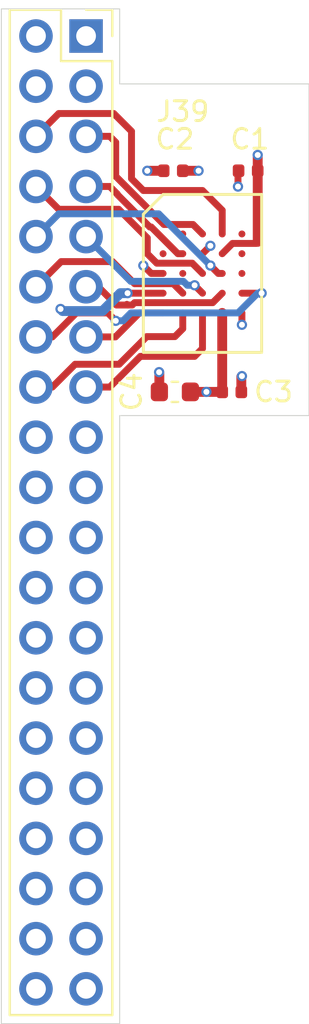
<source format=kicad_pcb>
(kicad_pcb (version 20171130) (host pcbnew "(5.1.5)-3")

  (general
    (thickness 1.6)
    (drawings 9)
    (tracks 145)
    (zones 0)
    (modules 6)
    (nets 15)
  )

  (page A4)
  (layers
    (0 F.Cu signal)
    (1 In1.Cu signal)
    (2 In2.Cu signal)
    (31 B.Cu signal)
    (32 B.Adhes user)
    (33 F.Adhes user)
    (34 B.Paste user)
    (35 F.Paste user)
    (36 B.SilkS user)
    (37 F.SilkS user)
    (38 B.Mask user)
    (39 F.Mask user)
    (40 Dwgs.User user)
    (41 Cmts.User user)
    (42 Eco1.User user)
    (43 Eco2.User user)
    (44 Edge.Cuts user)
    (45 Margin user)
    (46 B.CrtYd user)
    (47 F.CrtYd user)
    (48 B.Fab user)
    (49 F.Fab user)
  )

  (setup
    (last_trace_width 0.13)
    (user_trace_width 0.35)
    (user_trace_width 0.5)
    (trace_clearance 0.13)
    (zone_clearance 0.2)
    (zone_45_only no)
    (trace_min 0.13)
    (via_size 0.52)
    (via_drill 0.3)
    (via_min_size 0.4)
    (via_min_drill 0.3)
    (uvia_size 0.3)
    (uvia_drill 0.1)
    (uvias_allowed no)
    (uvia_min_size 0.2)
    (uvia_min_drill 0.1)
    (edge_width 0.05)
    (segment_width 0.2)
    (pcb_text_width 0.3)
    (pcb_text_size 1.5 1.5)
    (mod_edge_width 0.12)
    (mod_text_size 1 1)
    (mod_text_width 0.15)
    (pad_size 1.524 1.524)
    (pad_drill 0.762)
    (pad_to_mask_clearance 0.03)
    (solder_mask_min_width 0.2)
    (aux_axis_origin 0 0)
    (visible_elements 7FFDFFFF)
    (pcbplotparams
      (layerselection 0x010fc_ffffffff)
      (usegerberextensions false)
      (usegerberattributes false)
      (usegerberadvancedattributes false)
      (creategerberjobfile false)
      (excludeedgelayer true)
      (linewidth 0.100000)
      (plotframeref false)
      (viasonmask false)
      (mode 1)
      (useauxorigin false)
      (hpglpennumber 1)
      (hpglpenspeed 20)
      (hpglpendiameter 15.000000)
      (psnegative false)
      (psa4output false)
      (plotreference true)
      (plotvalue true)
      (plotinvisibletext false)
      (padsonsilk false)
      (subtractmaskfromsilk false)
      (outputformat 1)
      (mirror false)
      (drillshape 1)
      (scaleselection 1)
      (outputdirectory ""))
  )

  (net 0 "")
  (net 1 +3V3)
  (net 2 GND)
  (net 3 /CK)
  (net 4 /RESET#)
  (net 5 /CS#)
  (net 6 /RWDS)
  (net 7 /DQ0)
  (net 8 /DQ1)
  (net 9 /DQ2)
  (net 10 /DQ3)
  (net 11 /DQ4)
  (net 12 /DQ5)
  (net 13 /DQ6)
  (net 14 /DQ7)

  (net_class Default "This is the default net class."
    (clearance 0.13)
    (trace_width 0.13)
    (via_dia 0.52)
    (via_drill 0.3)
    (uvia_dia 0.3)
    (uvia_drill 0.1)
    (add_net +3V3)
    (add_net /CK)
    (add_net /CS#)
    (add_net /DQ0)
    (add_net /DQ1)
    (add_net /DQ2)
    (add_net /DQ3)
    (add_net /DQ4)
    (add_net /DQ5)
    (add_net /DQ6)
    (add_net /DQ7)
    (add_net /RESET#)
    (add_net /RWDS)
    (add_net GND)
  )

  (module Capacitor_SMD:C_0402_1005Metric (layer F.Cu) (tedit 5B301BBE) (tstamp 5E9CDB18)
    (at 124.915 81 180)
    (descr "Capacitor SMD 0402 (1005 Metric), square (rectangular) end terminal, IPC_7351 nominal, (Body size source: http://www.tortai-tech.com/upload/download/2011102023233369053.pdf), generated with kicad-footprint-generator")
    (tags capacitor)
    (path /5E9D67FA)
    (attr smd)
    (fp_text reference C1 (at -0.085 1.6) (layer F.SilkS)
      (effects (font (size 1 1) (thickness 0.15)))
    )
    (fp_text value "100 nF" (at 0 1.17) (layer F.Fab)
      (effects (font (size 1 1) (thickness 0.15)))
    )
    (fp_line (start -0.5 0.25) (end -0.5 -0.25) (layer F.Fab) (width 0.1))
    (fp_line (start -0.5 -0.25) (end 0.5 -0.25) (layer F.Fab) (width 0.1))
    (fp_line (start 0.5 -0.25) (end 0.5 0.25) (layer F.Fab) (width 0.1))
    (fp_line (start 0.5 0.25) (end -0.5 0.25) (layer F.Fab) (width 0.1))
    (fp_line (start -0.93 0.47) (end -0.93 -0.47) (layer F.CrtYd) (width 0.05))
    (fp_line (start -0.93 -0.47) (end 0.93 -0.47) (layer F.CrtYd) (width 0.05))
    (fp_line (start 0.93 -0.47) (end 0.93 0.47) (layer F.CrtYd) (width 0.05))
    (fp_line (start 0.93 0.47) (end -0.93 0.47) (layer F.CrtYd) (width 0.05))
    (fp_text user %R (at 0 0) (layer F.Fab)
      (effects (font (size 0.25 0.25) (thickness 0.04)))
    )
    (pad 1 smd roundrect (at -0.485 0 180) (size 0.59 0.64) (layers F.Cu F.Paste F.Mask) (roundrect_rratio 0.25)
      (net 1 +3V3))
    (pad 2 smd roundrect (at 0.485 0 180) (size 0.59 0.64) (layers F.Cu F.Paste F.Mask) (roundrect_rratio 0.25)
      (net 2 GND))
    (model ${KISYS3DMOD}/Capacitor_SMD.3dshapes/C_0402_1005Metric.wrl
      (at (xyz 0 0 0))
      (scale (xyz 1 1 1))
      (rotate (xyz 0 0 0))
    )
  )

  (module Capacitor_SMD:C_0402_1005Metric (layer F.Cu) (tedit 5B301BBE) (tstamp 5E9CFCCF)
    (at 121.115 81 180)
    (descr "Capacitor SMD 0402 (1005 Metric), square (rectangular) end terminal, IPC_7351 nominal, (Body size source: http://www.tortai-tech.com/upload/download/2011102023233369053.pdf), generated with kicad-footprint-generator")
    (tags capacitor)
    (path /5E9D6830)
    (attr smd)
    (fp_text reference C2 (at -0.085 1.6) (layer F.SilkS)
      (effects (font (size 1 1) (thickness 0.15)))
    )
    (fp_text value "100 nF" (at 0 1.17) (layer F.Fab)
      (effects (font (size 1 1) (thickness 0.15)))
    )
    (fp_line (start -0.5 0.25) (end -0.5 -0.25) (layer F.Fab) (width 0.1))
    (fp_line (start -0.5 -0.25) (end 0.5 -0.25) (layer F.Fab) (width 0.1))
    (fp_line (start 0.5 -0.25) (end 0.5 0.25) (layer F.Fab) (width 0.1))
    (fp_line (start 0.5 0.25) (end -0.5 0.25) (layer F.Fab) (width 0.1))
    (fp_line (start -0.93 0.47) (end -0.93 -0.47) (layer F.CrtYd) (width 0.05))
    (fp_line (start -0.93 -0.47) (end 0.93 -0.47) (layer F.CrtYd) (width 0.05))
    (fp_line (start 0.93 -0.47) (end 0.93 0.47) (layer F.CrtYd) (width 0.05))
    (fp_line (start 0.93 0.47) (end -0.93 0.47) (layer F.CrtYd) (width 0.05))
    (fp_text user %R (at 0 0) (layer F.Fab)
      (effects (font (size 0.25 0.25) (thickness 0.04)))
    )
    (pad 1 smd roundrect (at -0.485 0 180) (size 0.59 0.64) (layers F.Cu F.Paste F.Mask) (roundrect_rratio 0.25)
      (net 1 +3V3))
    (pad 2 smd roundrect (at 0.485 0 180) (size 0.59 0.64) (layers F.Cu F.Paste F.Mask) (roundrect_rratio 0.25)
      (net 2 GND))
    (model ${KISYS3DMOD}/Capacitor_SMD.3dshapes/C_0402_1005Metric.wrl
      (at (xyz 0 0 0))
      (scale (xyz 1 1 1))
      (rotate (xyz 0 0 0))
    )
  )

  (module Capacitor_SMD:C_0402_1005Metric (layer F.Cu) (tedit 5B301BBE) (tstamp 5E9CF04E)
    (at 124.085 92.2)
    (descr "Capacitor SMD 0402 (1005 Metric), square (rectangular) end terminal, IPC_7351 nominal, (Body size source: http://www.tortai-tech.com/upload/download/2011102023233369053.pdf), generated with kicad-footprint-generator")
    (tags capacitor)
    (path /5E9D681E)
    (attr smd)
    (fp_text reference C3 (at 2.115 0) (layer F.SilkS)
      (effects (font (size 1 1) (thickness 0.15)))
    )
    (fp_text value "100 nF" (at 0 1.17) (layer F.Fab)
      (effects (font (size 1 1) (thickness 0.15)))
    )
    (fp_text user %R (at 0 0) (layer F.Fab)
      (effects (font (size 0.25 0.25) (thickness 0.04)))
    )
    (fp_line (start 0.93 0.47) (end -0.93 0.47) (layer F.CrtYd) (width 0.05))
    (fp_line (start 0.93 -0.47) (end 0.93 0.47) (layer F.CrtYd) (width 0.05))
    (fp_line (start -0.93 -0.47) (end 0.93 -0.47) (layer F.CrtYd) (width 0.05))
    (fp_line (start -0.93 0.47) (end -0.93 -0.47) (layer F.CrtYd) (width 0.05))
    (fp_line (start 0.5 0.25) (end -0.5 0.25) (layer F.Fab) (width 0.1))
    (fp_line (start 0.5 -0.25) (end 0.5 0.25) (layer F.Fab) (width 0.1))
    (fp_line (start -0.5 -0.25) (end 0.5 -0.25) (layer F.Fab) (width 0.1))
    (fp_line (start -0.5 0.25) (end -0.5 -0.25) (layer F.Fab) (width 0.1))
    (pad 2 smd roundrect (at 0.485 0) (size 0.59 0.64) (layers F.Cu F.Paste F.Mask) (roundrect_rratio 0.25)
      (net 2 GND))
    (pad 1 smd roundrect (at -0.485 0) (size 0.59 0.64) (layers F.Cu F.Paste F.Mask) (roundrect_rratio 0.25)
      (net 1 +3V3))
    (model ${KISYS3DMOD}/Capacitor_SMD.3dshapes/C_0402_1005Metric.wrl
      (at (xyz 0 0 0))
      (scale (xyz 1 1 1))
      (rotate (xyz 0 0 0))
    )
  )

  (module Capacitor_SMD:C_0603_1608Metric (layer F.Cu) (tedit 5B301BBE) (tstamp 5E9CD6B8)
    (at 121.2 92.2 180)
    (descr "Capacitor SMD 0603 (1608 Metric), square (rectangular) end terminal, IPC_7351 nominal, (Body size source: http://www.tortai-tech.com/upload/download/2011102023233369053.pdf), generated with kicad-footprint-generator")
    (tags capacitor)
    (path /5E9D6809)
    (attr smd)
    (fp_text reference C4 (at 2.2 0 90) (layer F.SilkS)
      (effects (font (size 1 1) (thickness 0.15)))
    )
    (fp_text value "2.2 uF" (at 0 1.43) (layer F.Fab)
      (effects (font (size 1 1) (thickness 0.15)))
    )
    (fp_line (start -0.8 0.4) (end -0.8 -0.4) (layer F.Fab) (width 0.1))
    (fp_line (start -0.8 -0.4) (end 0.8 -0.4) (layer F.Fab) (width 0.1))
    (fp_line (start 0.8 -0.4) (end 0.8 0.4) (layer F.Fab) (width 0.1))
    (fp_line (start 0.8 0.4) (end -0.8 0.4) (layer F.Fab) (width 0.1))
    (fp_line (start -0.162779 -0.51) (end 0.162779 -0.51) (layer F.SilkS) (width 0.12))
    (fp_line (start -0.162779 0.51) (end 0.162779 0.51) (layer F.SilkS) (width 0.12))
    (fp_line (start -1.48 0.73) (end -1.48 -0.73) (layer F.CrtYd) (width 0.05))
    (fp_line (start -1.48 -0.73) (end 1.48 -0.73) (layer F.CrtYd) (width 0.05))
    (fp_line (start 1.48 -0.73) (end 1.48 0.73) (layer F.CrtYd) (width 0.05))
    (fp_line (start 1.48 0.73) (end -1.48 0.73) (layer F.CrtYd) (width 0.05))
    (fp_text user %R (at 0 0) (layer F.Fab)
      (effects (font (size 0.4 0.4) (thickness 0.06)))
    )
    (pad 1 smd roundrect (at -0.7875 0 180) (size 0.875 0.95) (layers F.Cu F.Paste F.Mask) (roundrect_rratio 0.25)
      (net 1 +3V3))
    (pad 2 smd roundrect (at 0.7875 0 180) (size 0.875 0.95) (layers F.Cu F.Paste F.Mask) (roundrect_rratio 0.25)
      (net 2 GND))
    (model ${KISYS3DMOD}/Capacitor_SMD.3dshapes/C_0603_1608Metric.wrl
      (at (xyz 0 0 0))
      (scale (xyz 1 1 1))
      (rotate (xyz 0 0 0))
    )
  )

  (module gkl_housings_bga:T-PBGA-24_6.0x8.0mm_Layout5x5_P1.0mm (layer F.Cu) (tedit 5C351D78) (tstamp 5E9CD6DA)
    (at 122.6 86.2)
    (path /5E9D67E0)
    (fp_text reference U1 (at 0 -4.81) (layer F.SilkS)
      (effects (font (size 0 0) (thickness 0.15)))
    )
    (fp_text value S27KL0641DABHI020 (at 0 -6.5) (layer F.Fab) hide
      (effects (font (size 0 0) (thickness 0.15)))
    )
    (fp_line (start 3 -4) (end 3 4) (layer F.SilkS) (width 0.15))
    (fp_line (start 3 4) (end -3 4) (layer F.SilkS) (width 0.15))
    (fp_line (start -3 4) (end -3 -3) (layer F.SilkS) (width 0.15))
    (fp_line (start -3 -3) (end -2 -4) (layer F.SilkS) (width 0.15))
    (fp_line (start -2 -4) (end 3 -4) (layer F.SilkS) (width 0.15))
    (fp_text user REF** (at 0 0 90) (layer F.Fab)
      (effects (font (size 1 1) (thickness 0.15)))
    )
    (pad E5 smd circle (at 2 2) (size 0.35 0.35) (layers F.Cu F.Paste F.Mask)
      (net 2 GND))
    (pad D5 smd circle (at 2 1) (size 0.35 0.35) (layers F.Cu F.Paste F.Mask)
      (net 11 /DQ4))
    (pad C5 smd circle (at 2 0) (size 0.35 0.35) (layers F.Cu F.Paste F.Mask))
    (pad B5 smd circle (at 2 -1) (size 0.35 0.35) (layers F.Cu F.Paste F.Mask))
    (pad A5 smd circle (at 2 -2) (size 0.35 0.35) (layers F.Cu F.Paste F.Mask))
    (pad E4 smd circle (at 1 2) (size 0.35 0.35) (layers F.Cu F.Paste F.Mask)
      (net 1 +3V3))
    (pad D4 smd circle (at 1 1) (size 0.35 0.35) (layers F.Cu F.Paste F.Mask)
      (net 10 /DQ3))
    (pad C4 smd circle (at 1 0) (size 0.35 0.35) (layers F.Cu F.Paste F.Mask)
      (net 9 /DQ2))
    (pad B4 smd circle (at 1 -1) (size 0.35 0.35) (layers F.Cu F.Paste F.Mask)
      (net 1 +3V3))
    (pad A4 smd circle (at 1 -2) (size 0.35 0.35) (layers F.Cu F.Paste F.Mask)
      (net 4 /RESET#))
    (pad E3 smd circle (at 0 2) (size 0.35 0.35) (layers F.Cu F.Paste F.Mask)
      (net 12 /DQ5))
    (pad D3 smd circle (at 0 1) (size 0.35 0.35) (layers F.Cu F.Paste F.Mask)
      (net 7 /DQ0))
    (pad C3 smd circle (at 0 0) (size 0.35 0.35) (layers F.Cu F.Paste F.Mask)
      (net 6 /RWDS))
    (pad B3 smd circle (at 0 -1) (size 0.35 0.35) (layers F.Cu F.Paste F.Mask)
      (net 2 GND))
    (pad A3 smd circle (at 0 -2) (size 0.35 0.35) (layers F.Cu F.Paste F.Mask)
      (net 5 /CS#))
    (pad E2 smd circle (at -1 2) (size 0.35 0.35) (layers F.Cu F.Paste F.Mask)
      (net 13 /DQ6))
    (pad D2 smd circle (at -1 1) (size 0.35 0.35) (layers F.Cu F.Paste F.Mask)
      (net 8 /DQ1))
    (pad C2 smd circle (at -1 0) (size 0.35 0.35) (layers F.Cu F.Paste F.Mask))
    (pad B2 smd circle (at -1 -1) (size 0.35 0.35) (layers F.Cu F.Paste F.Mask)
      (net 3 /CK))
    (pad A2 smd circle (at -1 -2) (size 0.35 0.35) (layers F.Cu F.Paste F.Mask))
    (pad E1 smd circle (at -2 2) (size 0.35 0.35) (layers F.Cu F.Paste F.Mask)
      (net 14 /DQ7))
    (pad D1 smd circle (at -2 1) (size 0.35 0.35) (layers F.Cu F.Paste F.Mask)
      (net 1 +3V3))
    (pad C1 smd circle (at -2 0) (size 0.35 0.35) (layers F.Cu F.Paste F.Mask)
      (net 2 GND))
    (pad B1 smd circle (at -2 -1) (size 0.35 0.35) (layers F.Cu F.Paste F.Mask))
    (model ${KIPRJMOD}/../../lib/gkl/packages3d/gkl_housings_bga.3dshapes/T-PBGA-24_6.0x8.0mm_Layout5x5_P1.0mm.step
      (at (xyz 0 0 0))
      (scale (xyz 1 1 1))
      (rotate (xyz 0 0 0))
    )
  )

  (module Connector_PinSocket_2.54mm:PinSocket_2x20_P2.54mm_Vertical (layer F.Cu) (tedit 5A19A433) (tstamp 5E9D01D1)
    (at 116.695001 74.175001)
    (descr "Through hole straight socket strip, 2x20, 2.54mm pitch, double cols (from Kicad 4.0.7), script generated")
    (tags "Through hole socket strip THT 2x20 2.54mm double row")
    (path /5EA505F6)
    (fp_text reference J39 (at 4.904999 3.824999) (layer F.SilkS)
      (effects (font (size 1 1) (thickness 0.15)))
    )
    (fp_text value VERSA_J39 (at -1.27 51.03) (layer F.Fab)
      (effects (font (size 1 1) (thickness 0.15)))
    )
    (fp_line (start -3.81 -1.27) (end 0.27 -1.27) (layer F.Fab) (width 0.1))
    (fp_line (start 0.27 -1.27) (end 1.27 -0.27) (layer F.Fab) (width 0.1))
    (fp_line (start 1.27 -0.27) (end 1.27 49.53) (layer F.Fab) (width 0.1))
    (fp_line (start 1.27 49.53) (end -3.81 49.53) (layer F.Fab) (width 0.1))
    (fp_line (start -3.81 49.53) (end -3.81 -1.27) (layer F.Fab) (width 0.1))
    (fp_line (start -3.87 -1.33) (end -1.27 -1.33) (layer F.SilkS) (width 0.12))
    (fp_line (start -3.87 -1.33) (end -3.87 49.59) (layer F.SilkS) (width 0.12))
    (fp_line (start -3.87 49.59) (end 1.33 49.59) (layer F.SilkS) (width 0.12))
    (fp_line (start 1.33 1.27) (end 1.33 49.59) (layer F.SilkS) (width 0.12))
    (fp_line (start -1.27 1.27) (end 1.33 1.27) (layer F.SilkS) (width 0.12))
    (fp_line (start -1.27 -1.33) (end -1.27 1.27) (layer F.SilkS) (width 0.12))
    (fp_line (start 1.33 -1.33) (end 1.33 0) (layer F.SilkS) (width 0.12))
    (fp_line (start 0 -1.33) (end 1.33 -1.33) (layer F.SilkS) (width 0.12))
    (fp_line (start -4.34 -1.8) (end 1.76 -1.8) (layer F.CrtYd) (width 0.05))
    (fp_line (start 1.76 -1.8) (end 1.76 50) (layer F.CrtYd) (width 0.05))
    (fp_line (start 1.76 50) (end -4.34 50) (layer F.CrtYd) (width 0.05))
    (fp_line (start -4.34 50) (end -4.34 -1.8) (layer F.CrtYd) (width 0.05))
    (fp_text user %R (at -1.27 24.13 90) (layer F.Fab)
      (effects (font (size 1 1) (thickness 0.15)))
    )
    (pad 1 thru_hole rect (at 0 0) (size 1.7 1.7) (drill 1) (layers *.Cu *.Mask)
      (net 2 GND))
    (pad 2 thru_hole oval (at -2.54 0) (size 1.7 1.7) (drill 1) (layers *.Cu *.Mask))
    (pad 3 thru_hole oval (at 0 2.54) (size 1.7 1.7) (drill 1) (layers *.Cu *.Mask))
    (pad 4 thru_hole oval (at -2.54 2.54) (size 1.7 1.7) (drill 1) (layers *.Cu *.Mask))
    (pad 5 thru_hole oval (at 0 5.08) (size 1.7 1.7) (drill 1) (layers *.Cu *.Mask)
      (net 5 /CS#))
    (pad 6 thru_hole oval (at -2.54 5.08) (size 1.7 1.7) (drill 1) (layers *.Cu *.Mask)
      (net 4 /RESET#))
    (pad 7 thru_hole oval (at 0 7.62) (size 1.7 1.7) (drill 1) (layers *.Cu *.Mask)
      (net 3 /CK))
    (pad 8 thru_hole oval (at -2.54 7.62) (size 1.7 1.7) (drill 1) (layers *.Cu *.Mask)
      (net 6 /RWDS))
    (pad 9 thru_hole oval (at 0 10.16) (size 1.7 1.7) (drill 1) (layers *.Cu *.Mask)
      (net 7 /DQ0))
    (pad 10 thru_hole oval (at -2.54 10.16) (size 1.7 1.7) (drill 1) (layers *.Cu *.Mask)
      (net 9 /DQ2))
    (pad 11 thru_hole oval (at 0 12.7) (size 1.7 1.7) (drill 1) (layers *.Cu *.Mask)
      (net 10 /DQ3))
    (pad 12 thru_hole oval (at -2.54 12.7) (size 1.7 1.7) (drill 1) (layers *.Cu *.Mask)
      (net 8 /DQ1))
    (pad 13 thru_hole oval (at 0 15.24) (size 1.7 1.7) (drill 1) (layers *.Cu *.Mask)
      (net 14 /DQ7))
    (pad 14 thru_hole oval (at -2.54 15.24) (size 1.7 1.7) (drill 1) (layers *.Cu *.Mask)
      (net 11 /DQ4))
    (pad 15 thru_hole oval (at 0 17.78) (size 1.7 1.7) (drill 1) (layers *.Cu *.Mask)
      (net 12 /DQ5))
    (pad 16 thru_hole oval (at -2.54 17.78) (size 1.7 1.7) (drill 1) (layers *.Cu *.Mask)
      (net 13 /DQ6))
    (pad 17 thru_hole oval (at 0 20.32) (size 1.7 1.7) (drill 1) (layers *.Cu *.Mask))
    (pad 18 thru_hole oval (at -2.54 20.32) (size 1.7 1.7) (drill 1) (layers *.Cu *.Mask))
    (pad 19 thru_hole oval (at 0 22.86) (size 1.7 1.7) (drill 1) (layers *.Cu *.Mask))
    (pad 20 thru_hole oval (at -2.54 22.86) (size 1.7 1.7) (drill 1) (layers *.Cu *.Mask))
    (pad 21 thru_hole oval (at 0 25.4) (size 1.7 1.7) (drill 1) (layers *.Cu *.Mask))
    (pad 22 thru_hole oval (at -2.54 25.4) (size 1.7 1.7) (drill 1) (layers *.Cu *.Mask)
      (net 2 GND))
    (pad 23 thru_hole oval (at 0 27.94) (size 1.7 1.7) (drill 1) (layers *.Cu *.Mask))
    (pad 24 thru_hole oval (at -2.54 27.94) (size 1.7 1.7) (drill 1) (layers *.Cu *.Mask)
      (net 2 GND))
    (pad 25 thru_hole oval (at 0 30.48) (size 1.7 1.7) (drill 1) (layers *.Cu *.Mask)
      (net 1 +3V3))
    (pad 26 thru_hole oval (at -2.54 30.48) (size 1.7 1.7) (drill 1) (layers *.Cu *.Mask)
      (net 2 GND))
    (pad 27 thru_hole oval (at 0 33.02) (size 1.7 1.7) (drill 1) (layers *.Cu *.Mask)
      (net 1 +3V3))
    (pad 28 thru_hole oval (at -2.54 33.02) (size 1.7 1.7) (drill 1) (layers *.Cu *.Mask)
      (net 2 GND))
    (pad 29 thru_hole oval (at 0 35.56) (size 1.7 1.7) (drill 1) (layers *.Cu *.Mask))
    (pad 30 thru_hole oval (at -2.54 35.56) (size 1.7 1.7) (drill 1) (layers *.Cu *.Mask)
      (net 2 GND))
    (pad 31 thru_hole oval (at 0 38.1) (size 1.7 1.7) (drill 1) (layers *.Cu *.Mask))
    (pad 32 thru_hole oval (at -2.54 38.1) (size 1.7 1.7) (drill 1) (layers *.Cu *.Mask)
      (net 2 GND))
    (pad 33 thru_hole oval (at 0 40.64) (size 1.7 1.7) (drill 1) (layers *.Cu *.Mask))
    (pad 34 thru_hole oval (at -2.54 40.64) (size 1.7 1.7) (drill 1) (layers *.Cu *.Mask)
      (net 2 GND))
    (pad 35 thru_hole oval (at 0 43.18) (size 1.7 1.7) (drill 1) (layers *.Cu *.Mask))
    (pad 36 thru_hole oval (at -2.54 43.18) (size 1.7 1.7) (drill 1) (layers *.Cu *.Mask)
      (net 2 GND))
    (pad 37 thru_hole oval (at 0 45.72) (size 1.7 1.7) (drill 1) (layers *.Cu *.Mask))
    (pad 38 thru_hole oval (at -2.54 45.72) (size 1.7 1.7) (drill 1) (layers *.Cu *.Mask)
      (net 2 GND))
    (pad 39 thru_hole oval (at 0 48.26) (size 1.7 1.7) (drill 1) (layers *.Cu *.Mask))
    (pad 40 thru_hole oval (at -2.54 48.26) (size 1.7 1.7) (drill 1) (layers *.Cu *.Mask)
      (net 2 GND))
    (model ${KISYS3DMOD}/Connector_PinSocket_2.54mm.3dshapes/PinSocket_2x20_P2.54mm_Vertical.wrl
      (at (xyz 0 0 0))
      (scale (xyz 1 1 1))
      (rotate (xyz 0 0 0))
    )
  )

  (gr_line (start 128 76.6) (end 128 78.6) (layer Edge.Cuts) (width 0.05) (tstamp 5E9CE7AB))
  (gr_line (start 118.4 76.6) (end 128 76.6) (layer Edge.Cuts) (width 0.05))
  (gr_line (start 118.4 72.8) (end 118.4 76.6) (layer Edge.Cuts) (width 0.05))
  (gr_line (start 118.4 93.4) (end 128 93.4) (layer Edge.Cuts) (width 0.05))
  (gr_line (start 118.4 124.2) (end 118.4 93.4) (layer Edge.Cuts) (width 0.05))
  (gr_line (start 112.4 72.8) (end 112.4 124.2) (layer Edge.Cuts) (width 0.05) (tstamp 5E9CDA88))
  (gr_line (start 118.4 72.8) (end 112.4 72.8) (layer Edge.Cuts) (width 0.05))
  (gr_line (start 128 93.4) (end 128 78.6) (layer Edge.Cuts) (width 0.05))
  (gr_line (start 112.4 124.2) (end 118.4 124.2) (layer Edge.Cuts) (width 0.05))

  (segment (start 123.6 88.2) (end 123.6 90.2) (width 0.5) (layer F.Cu) (net 1) (status 10))
  (segment (start 123.6 90.2) (end 123.6 92.2) (width 0.5) (layer F.Cu) (net 1) (status 20))
  (via (at 118.8 87.2) (size 0.52) (drill 0.3) (layers F.Cu B.Cu) (net 1))
  (segment (start 125.4 84.6) (end 125.4 81) (width 0.5) (layer F.Cu) (net 1) (status 20))
  (segment (start 125.319999 84.680001) (end 125.4 84.6) (width 0.35) (layer F.Cu) (net 1))
  (segment (start 124.119999 84.680001) (end 125.319999 84.680001) (width 0.35) (layer F.Cu) (net 1))
  (segment (start 123.6 85.2) (end 124.119999 84.680001) (width 0.35) (layer F.Cu) (net 1) (status 10))
  (via (at 125.4 80.2) (size 0.52) (drill 0.3) (layers F.Cu B.Cu) (net 1))
  (segment (start 125.4 81) (end 125.4 80.2) (width 0.5) (layer F.Cu) (net 1) (status 10))
  (via (at 122.4 81) (size 0.52) (drill 0.3) (layers F.Cu B.Cu) (net 1))
  (segment (start 121.6 81) (end 122.4 81) (width 0.5) (layer F.Cu) (net 1) (status 10))
  (segment (start 124.4 80.2) (end 125.4 80.2) (width 0.5) (layer In2.Cu) (net 1))
  (segment (start 123.6 81) (end 124.4 80.2) (width 0.5) (layer In2.Cu) (net 1))
  (via (at 122.8 92.2) (size 0.52) (drill 0.3) (layers F.Cu B.Cu) (net 1))
  (segment (start 121.9875 92.2) (end 122.8 92.2) (width 0.5) (layer F.Cu) (net 1) (status 10))
  (segment (start 117.545 103.805002) (end 116.695001 104.655001) (width 0.5) (layer In2.Cu) (net 1) (status 20))
  (segment (start 117.925002 93.074998) (end 117.925002 103.425) (width 0.5) (layer In2.Cu) (net 1))
  (segment (start 118.8 92.2) (end 117.925002 93.074998) (width 0.5) (layer In2.Cu) (net 1))
  (segment (start 126.4 80.2) (end 127.2 81) (width 0.5) (layer In2.Cu) (net 1))
  (segment (start 117.925002 103.425) (end 117.545 103.805002) (width 0.5) (layer In2.Cu) (net 1))
  (segment (start 127.2 92) (end 127 92.2) (width 0.5) (layer In2.Cu) (net 1))
  (segment (start 125.4 80.2) (end 126.4 80.2) (width 0.5) (layer In2.Cu) (net 1))
  (segment (start 127.2 81) (end 127.2 92) (width 0.5) (layer In2.Cu) (net 1))
  (segment (start 127 92.2) (end 118.8 92.2) (width 0.5) (layer In2.Cu) (net 1))
  (segment (start 116.695001 104.655001) (end 116.695001 107.195001) (width 0.5) (layer In2.Cu) (net 1) (status 30))
  (segment (start 120 87.2) (end 120.6 87.2) (width 0.35) (layer F.Cu) (net 1) (status 20))
  (segment (start 118.8 87.2) (end 120 87.2) (width 0.35) (layer F.Cu) (net 1))
  (segment (start 118.432305 87.2) (end 117.6 88.032305) (width 0.5) (layer B.Cu) (net 1))
  (segment (start 118.8 87.2) (end 118.432305 87.2) (width 0.5) (layer B.Cu) (net 1))
  (via (at 115.4 88) (size 0.52) (drill 0.3) (layers F.Cu B.Cu) (net 1))
  (segment (start 115.505002 88.105002) (end 115.4 88) (width 0.5) (layer B.Cu) (net 1))
  (segment (start 117.6 88.032305) (end 117.527303 88.105002) (width 0.5) (layer B.Cu) (net 1))
  (segment (start 117.527303 88.105002) (end 115.505002 88.105002) (width 0.5) (layer B.Cu) (net 1))
  (segment (start 116.184598 93.265) (end 117.735 93.265) (width 0.5) (layer In2.Cu) (net 1))
  (segment (start 117.735 93.265) (end 117.925002 93.074998) (width 0.5) (layer In2.Cu) (net 1))
  (segment (start 115.4 92.480402) (end 116.184598 93.265) (width 0.5) (layer In2.Cu) (net 1))
  (segment (start 115.4 88) (end 115.4 92.480402) (width 0.5) (layer In2.Cu) (net 1))
  (segment (start 123.6 92.2) (end 122.8 92.2) (width 0.5) (layer F.Cu) (net 1) (status 10))
  (segment (start 122.4 81) (end 123.6 81) (width 0.5) (layer In2.Cu) (net 1))
  (via (at 119.8 81) (size 0.52) (drill 0.3) (layers F.Cu B.Cu) (net 2))
  (segment (start 120.63 81) (end 119.8 81) (width 0.5) (layer F.Cu) (net 2) (status 10))
  (via (at 124.6 91.4) (size 0.52) (drill 0.3) (layers F.Cu B.Cu) (net 2))
  (segment (start 124.57 92.2) (end 124.57 91.43) (width 0.5) (layer F.Cu) (net 2) (status 10))
  (segment (start 124.57 91.43) (end 124.6 91.4) (width 0.5) (layer F.Cu) (net 2))
  (via (at 120.4 91.2) (size 0.52) (drill 0.3) (layers F.Cu B.Cu) (net 2))
  (segment (start 120.4125 92.2) (end 120.4125 91.2125) (width 0.5) (layer F.Cu) (net 2) (status 10))
  (segment (start 120.4125 91.2125) (end 120.4 91.2) (width 0.5) (layer F.Cu) (net 2))
  (via (at 124.6 88.8) (size 0.52) (drill 0.3) (layers F.Cu B.Cu) (net 2))
  (segment (start 124.6 88.2) (end 124.6 88.8) (width 0.35) (layer F.Cu) (net 2) (status 10))
  (via (at 123 84.8) (size 0.52) (drill 0.3) (layers F.Cu B.Cu) (net 2))
  (segment (start 122.6 85.2) (end 123 84.8) (width 0.35) (layer F.Cu) (net 2) (status 10))
  (via (at 119.6 85.8) (size 0.52) (drill 0.3) (layers F.Cu B.Cu) (net 2))
  (segment (start 120.6 86.2) (end 120 86.2) (width 0.35) (layer F.Cu) (net 2) (status 10))
  (segment (start 120 86.2) (end 119.6 85.8) (width 0.35) (layer F.Cu) (net 2))
  (segment (start 124.43 81) (end 124.4 81) (width 0.35) (layer F.Cu) (net 2))
  (via (at 124.4 81.8) (size 0.52) (drill 0.3) (layers F.Cu B.Cu) (net 2))
  (segment (start 124.4 81) (end 124.4 81.8) (width 0.35) (layer F.Cu) (net 2))
  (segment (start 121.352513 85.2) (end 120 83.847487) (width 0.35) (layer F.Cu) (net 3))
  (segment (start 121.6 85.2) (end 121.352513 85.2) (width 0.35) (layer F.Cu) (net 3) (status 10))
  (segment (start 119.926323 83.847487) (end 118.278836 82.2) (width 0.35) (layer F.Cu) (net 3))
  (segment (start 120 83.847487) (end 119.926323 83.847487) (width 0.35) (layer F.Cu) (net 3))
  (segment (start 117.897082 81.795001) (end 116.695001 81.795001) (width 0.35) (layer F.Cu) (net 3))
  (segment (start 118.278836 82.176755) (end 117.897082 81.795001) (width 0.35) (layer F.Cu) (net 3))
  (segment (start 118.278836 82.2) (end 118.278836 82.176755) (width 0.35) (layer F.Cu) (net 3))
  (segment (start 123.6 84.2) (end 123.6 83) (width 0.35) (layer F.Cu) (net 4) (status 10))
  (segment (start 123.6 83) (end 122.6 82) (width 0.35) (layer F.Cu) (net 4))
  (segment (start 122.6 82) (end 119.6 82) (width 0.35) (layer F.Cu) (net 4))
  (segment (start 119.6 82) (end 119 81.4) (width 0.35) (layer F.Cu) (net 4))
  (segment (start 119 81.4) (end 119 79) (width 0.35) (layer F.Cu) (net 4))
  (segment (start 115.005 78.405002) (end 114.155001 79.255001) (width 0.35) (layer F.Cu) (net 4) (status 20))
  (segment (start 115.310002 78.1) (end 115.005 78.405002) (width 0.35) (layer F.Cu) (net 4))
  (segment (start 118.1 78.1) (end 115.310002 78.1) (width 0.35) (layer F.Cu) (net 4))
  (segment (start 119 79) (end 118.1 78.1) (width 0.35) (layer F.Cu) (net 4))
  (segment (start 120.641163 83.719999) (end 118.2 81.278836) (width 0.35) (layer F.Cu) (net 5))
  (segment (start 122.6 84.2) (end 122.119999 83.719999) (width 0.35) (layer F.Cu) (net 5) (status 10))
  (segment (start 122.119999 83.719999) (end 120.641163 83.719999) (width 0.35) (layer F.Cu) (net 5))
  (segment (start 118.2 81.278836) (end 118.2 80.2) (width 0.35) (layer F.Cu) (net 5))
  (segment (start 118.2 79.557919) (end 118.2 80.2) (width 0.35) (layer F.Cu) (net 5))
  (segment (start 117.897082 79.255001) (end 118.2 79.557919) (width 0.35) (layer F.Cu) (net 5))
  (segment (start 116.695001 79.255001) (end 117.897082 79.255001) (width 0.35) (layer F.Cu) (net 5))
  (segment (start 115.310002 82.950002) (end 114.155001 81.795001) (width 0.35) (layer F.Cu) (net 6) (status 20))
  (segment (start 118.350002 82.950002) (end 115.310002 82.950002) (width 0.35) (layer F.Cu) (net 6))
  (segment (start 122.6 86.2) (end 122.080001 85.680001) (width 0.35) (layer F.Cu) (net 6) (status 10))
  (segment (start 120.280001 85.680001) (end 119.8 85.2) (width 0.35) (layer F.Cu) (net 6))
  (segment (start 119.8 85.2) (end 119.8 84.4) (width 0.35) (layer F.Cu) (net 6))
  (segment (start 122.080001 85.680001) (end 120.280001 85.680001) (width 0.35) (layer F.Cu) (net 6))
  (segment (start 119.8 84.4) (end 118.350002 82.950002) (width 0.35) (layer F.Cu) (net 6))
  (via (at 122.2 86.8) (size 0.52) (drill 0.3) (layers F.Cu B.Cu) (net 7))
  (segment (start 122.6 87.2) (end 122.2 86.8) (width 0.35) (layer F.Cu) (net 7))
  (segment (start 121.832305 86.8) (end 121.632305 86.6) (width 0.35) (layer B.Cu) (net 7))
  (segment (start 122.2 86.8) (end 121.832305 86.8) (width 0.35) (layer B.Cu) (net 7))
  (segment (start 118.96 86.6) (end 116.695001 84.335001) (width 0.35) (layer B.Cu) (net 7))
  (segment (start 121.632305 86.6) (end 118.96 86.6) (width 0.35) (layer B.Cu) (net 7))
  (segment (start 119.156192 86.71999) (end 118.036202 85.6) (width 0.35) (layer F.Cu) (net 8))
  (segment (start 121.6 87.2) (end 121.11999 86.71999) (width 0.35) (layer F.Cu) (net 8))
  (segment (start 121.11999 86.71999) (end 119.156192 86.71999) (width 0.35) (layer F.Cu) (net 8))
  (segment (start 115.430002 85.6) (end 114.155001 86.875001) (width 0.35) (layer F.Cu) (net 8))
  (segment (start 118.036202 85.6) (end 115.430002 85.6) (width 0.35) (layer F.Cu) (net 8))
  (via (at 123 85.8) (size 0.52) (drill 0.3) (layers F.Cu B.Cu) (net 9))
  (segment (start 123.6 86.2) (end 123.4 86.2) (width 0.35) (layer F.Cu) (net 9))
  (segment (start 123.4 86.2) (end 123 85.8) (width 0.35) (layer F.Cu) (net 9))
  (segment (start 115.005 83.485002) (end 114.155001 84.335001) (width 0.35) (layer B.Cu) (net 9))
  (segment (start 120.38 83.18) (end 115.310002 83.18) (width 0.35) (layer B.Cu) (net 9))
  (segment (start 115.310002 83.18) (end 115.005 83.485002) (width 0.35) (layer B.Cu) (net 9))
  (segment (start 123 85.8) (end 120.38 83.18) (width 0.35) (layer B.Cu) (net 9))
  (segment (start 123.119999 87.680001) (end 120.904901 87.680001) (width 0.35) (layer F.Cu) (net 10))
  (segment (start 123.6 87.2) (end 123.119999 87.680001) (width 0.35) (layer F.Cu) (net 10) (status 10))
  (segment (start 120.798826 87.68001) (end 120.198826 87.68001) (width 0.35) (layer F.Cu) (net 10))
  (segment (start 120.904901 87.680001) (end 120.798835 87.680001) (width 0.35) (layer F.Cu) (net 10))
  (segment (start 120.798835 87.680001) (end 120.798826 87.68001) (width 0.35) (layer F.Cu) (net 10))
  (segment (start 119.156192 87.68001) (end 119.036202 87.8) (width 0.35) (layer F.Cu) (net 10))
  (segment (start 120.198826 87.68001) (end 119.156192 87.68001) (width 0.35) (layer F.Cu) (net 10))
  (segment (start 118.8 87.8) (end 118.765001 87.765001) (width 0.35) (layer F.Cu) (net 10))
  (segment (start 119.036202 87.8) (end 118.8 87.8) (width 0.35) (layer F.Cu) (net 10))
  (segment (start 117.311203 86.875001) (end 116.695001 86.875001) (width 0.35) (layer F.Cu) (net 10))
  (segment (start 118.236202 87.8) (end 117.311203 86.875001) (width 0.35) (layer F.Cu) (net 10))
  (segment (start 118.8 87.8) (end 118.236202 87.8) (width 0.35) (layer F.Cu) (net 10))
  (segment (start 114.155001 89.415001) (end 114.584999 89.415001) (width 0.35) (layer F.Cu) (net 11) (status 30))
  (segment (start 114.985599 89.415001) (end 116.2006 88.2) (width 0.35) (layer F.Cu) (net 11) (status 10))
  (segment (start 114.155001 89.415001) (end 114.985599 89.415001) (width 0.35) (layer F.Cu) (net 11) (status 30))
  (via (at 118.2 88.6) (size 0.52) (drill 0.3) (layers F.Cu B.Cu) (net 11))
  (via (at 125.6 87.2) (size 0.52) (drill 0.3) (layers F.Cu B.Cu) (net 11))
  (segment (start 125.6 87.2) (end 124.6 87.2) (width 0.35) (layer F.Cu) (net 11) (status 20))
  (segment (start 117.8 88.2) (end 116.2006 88.2) (width 0.35) (layer F.Cu) (net 11))
  (segment (start 125.4 87.2) (end 125.6 87.2) (width 0.35) (layer B.Cu) (net 11))
  (segment (start 124.4 88.2) (end 125.4 87.2) (width 0.35) (layer B.Cu) (net 11))
  (segment (start 117.8 88.2) (end 118.2 88.6) (width 0.35) (layer F.Cu) (net 11))
  (segment (start 118.967695 88.2) (end 124.4 88.2) (width 0.35) (layer B.Cu) (net 11))
  (segment (start 118.567695 88.6) (end 118.967695 88.2) (width 0.35) (layer B.Cu) (net 11))
  (segment (start 118.2 88.6) (end 118.567695 88.6) (width 0.35) (layer B.Cu) (net 11))
  (segment (start 122.6 90) (end 122.6 88.2) (width 0.35) (layer F.Cu) (net 12) (status 20))
  (segment (start 119.452083 90.4) (end 122.2 90.4) (width 0.35) (layer F.Cu) (net 12))
  (segment (start 122.2 90.4) (end 122.6 90) (width 0.35) (layer F.Cu) (net 12))
  (segment (start 116.695001 91.955001) (end 117.897082 91.955001) (width 0.35) (layer F.Cu) (net 12) (status 10))
  (segment (start 117.897082 91.955001) (end 119.452083 90.4) (width 0.35) (layer F.Cu) (net 12))
  (segment (start 114.985599 91.955001) (end 116.1406 90.8) (width 0.35) (layer F.Cu) (net 13) (status 10))
  (segment (start 114.155001 91.955001) (end 114.985599 91.955001) (width 0.35) (layer F.Cu) (net 13) (status 30))
  (segment (start 118.373247 90.8) (end 119.773247 89.4) (width 0.35) (layer F.Cu) (net 13))
  (segment (start 116.1406 90.8) (end 118.373247 90.8) (width 0.35) (layer F.Cu) (net 13))
  (segment (start 119.773247 89.4) (end 121.2 89.4) (width 0.35) (layer F.Cu) (net 13))
  (segment (start 121.6 89) (end 121.6 88.2) (width 0.35) (layer F.Cu) (net 13) (status 20))
  (segment (start 121.2 89.4) (end 121.6 89) (width 0.35) (layer F.Cu) (net 13))
  (segment (start 116.695001 89.415001) (end 118.184999 89.415001) (width 0.35) (layer F.Cu) (net 14) (status 10))
  (segment (start 119.4 88.2) (end 120.6 88.2) (width 0.35) (layer F.Cu) (net 14) (status 20))
  (segment (start 118.184999 89.415001) (end 119.4 88.2) (width 0.35) (layer F.Cu) (net 14))

  (zone (net 2) (net_name GND) (layer In1.Cu) (tstamp 5E9D026B) (hatch edge 0.508)
    (connect_pads yes (clearance 0.2))
    (min_thickness 0.2)
    (fill yes (arc_segments 32) (thermal_gap 0.508) (thermal_bridge_width 0.508))
    (polygon
      (pts
        (xy 118.4 76.6) (xy 128 76.6) (xy 128 93.4) (xy 118.4 93.4) (xy 118.4 124.2)
        (xy 112.4 124.2) (xy 112.4 72.8) (xy 118.4 72.8)
      )
    )
    (filled_polygon
      (pts
        (xy 113.610272 73.155885) (xy 113.421919 73.281738) (xy 113.261738 73.441919) (xy 113.135885 73.630272) (xy 113.049195 73.839558)
        (xy 113.005001 74.061736) (xy 113.005001 74.288266) (xy 113.049195 74.510444) (xy 113.135885 74.71973) (xy 113.261738 74.908083)
        (xy 113.421919 75.068264) (xy 113.610272 75.194117) (xy 113.819558 75.280807) (xy 114.041736 75.325001) (xy 114.268266 75.325001)
        (xy 114.490444 75.280807) (xy 114.69973 75.194117) (xy 114.888083 75.068264) (xy 115.048264 74.908083) (xy 115.174117 74.71973)
        (xy 115.260807 74.510444) (xy 115.305001 74.288266) (xy 115.305001 74.061736) (xy 115.260807 73.839558) (xy 115.174117 73.630272)
        (xy 115.048264 73.441919) (xy 114.888083 73.281738) (xy 114.69973 73.155885) (xy 114.625168 73.125) (xy 118.075 73.125)
        (xy 118.075001 76.584029) (xy 118.073428 76.6) (xy 118.079703 76.663711) (xy 118.098287 76.724974) (xy 118.128465 76.781434)
        (xy 118.169079 76.830921) (xy 118.218566 76.871535) (xy 118.275026 76.901713) (xy 118.336289 76.920297) (xy 118.384039 76.925)
        (xy 118.38404 76.925) (xy 118.4 76.926572) (xy 118.415961 76.925) (xy 127.675 76.925) (xy 127.675001 78.584039)
        (xy 127.675 93.075) (xy 118.415961 93.075) (xy 118.4 93.073428) (xy 118.38404 93.075) (xy 118.384039 93.075)
        (xy 118.336289 93.079703) (xy 118.275026 93.098287) (xy 118.218566 93.128465) (xy 118.169079 93.169079) (xy 118.128465 93.218566)
        (xy 118.098287 93.275026) (xy 118.079703 93.336289) (xy 118.073428 93.4) (xy 118.075001 93.415971) (xy 118.075 123.875)
        (xy 112.725 123.875) (xy 112.725 122.321736) (xy 115.545001 122.321736) (xy 115.545001 122.548266) (xy 115.589195 122.770444)
        (xy 115.675885 122.97973) (xy 115.801738 123.168083) (xy 115.961919 123.328264) (xy 116.150272 123.454117) (xy 116.359558 123.540807)
        (xy 116.581736 123.585001) (xy 116.808266 123.585001) (xy 117.030444 123.540807) (xy 117.23973 123.454117) (xy 117.428083 123.328264)
        (xy 117.588264 123.168083) (xy 117.714117 122.97973) (xy 117.800807 122.770444) (xy 117.845001 122.548266) (xy 117.845001 122.321736)
        (xy 117.800807 122.099558) (xy 117.714117 121.890272) (xy 117.588264 121.701919) (xy 117.428083 121.541738) (xy 117.23973 121.415885)
        (xy 117.030444 121.329195) (xy 116.808266 121.285001) (xy 116.581736 121.285001) (xy 116.359558 121.329195) (xy 116.150272 121.415885)
        (xy 115.961919 121.541738) (xy 115.801738 121.701919) (xy 115.675885 121.890272) (xy 115.589195 122.099558) (xy 115.545001 122.321736)
        (xy 112.725 122.321736) (xy 112.725 119.781736) (xy 115.545001 119.781736) (xy 115.545001 120.008266) (xy 115.589195 120.230444)
        (xy 115.675885 120.43973) (xy 115.801738 120.628083) (xy 115.961919 120.788264) (xy 116.150272 120.914117) (xy 116.359558 121.000807)
        (xy 116.581736 121.045001) (xy 116.808266 121.045001) (xy 117.030444 121.000807) (xy 117.23973 120.914117) (xy 117.428083 120.788264)
        (xy 117.588264 120.628083) (xy 117.714117 120.43973) (xy 117.800807 120.230444) (xy 117.845001 120.008266) (xy 117.845001 119.781736)
        (xy 117.800807 119.559558) (xy 117.714117 119.350272) (xy 117.588264 119.161919) (xy 117.428083 119.001738) (xy 117.23973 118.875885)
        (xy 117.030444 118.789195) (xy 116.808266 118.745001) (xy 116.581736 118.745001) (xy 116.359558 118.789195) (xy 116.150272 118.875885)
        (xy 115.961919 119.001738) (xy 115.801738 119.161919) (xy 115.675885 119.350272) (xy 115.589195 119.559558) (xy 115.545001 119.781736)
        (xy 112.725 119.781736) (xy 112.725 117.241736) (xy 115.545001 117.241736) (xy 115.545001 117.468266) (xy 115.589195 117.690444)
        (xy 115.675885 117.89973) (xy 115.801738 118.088083) (xy 115.961919 118.248264) (xy 116.150272 118.374117) (xy 116.359558 118.460807)
        (xy 116.581736 118.505001) (xy 116.808266 118.505001) (xy 117.030444 118.460807) (xy 117.23973 118.374117) (xy 117.428083 118.248264)
        (xy 117.588264 118.088083) (xy 117.714117 117.89973) (xy 117.800807 117.690444) (xy 117.845001 117.468266) (xy 117.845001 117.241736)
        (xy 117.800807 117.019558) (xy 117.714117 116.810272) (xy 117.588264 116.621919) (xy 117.428083 116.461738) (xy 117.23973 116.335885)
        (xy 117.030444 116.249195) (xy 116.808266 116.205001) (xy 116.581736 116.205001) (xy 116.359558 116.249195) (xy 116.150272 116.335885)
        (xy 115.961919 116.461738) (xy 115.801738 116.621919) (xy 115.675885 116.810272) (xy 115.589195 117.019558) (xy 115.545001 117.241736)
        (xy 112.725 117.241736) (xy 112.725 114.701736) (xy 115.545001 114.701736) (xy 115.545001 114.928266) (xy 115.589195 115.150444)
        (xy 115.675885 115.35973) (xy 115.801738 115.548083) (xy 115.961919 115.708264) (xy 116.150272 115.834117) (xy 116.359558 115.920807)
        (xy 116.581736 115.965001) (xy 116.808266 115.965001) (xy 117.030444 115.920807) (xy 117.23973 115.834117) (xy 117.428083 115.708264)
        (xy 117.588264 115.548083) (xy 117.714117 115.35973) (xy 117.800807 115.150444) (xy 117.845001 114.928266) (xy 117.845001 114.701736)
        (xy 117.800807 114.479558) (xy 117.714117 114.270272) (xy 117.588264 114.081919) (xy 117.428083 113.921738) (xy 117.23973 113.795885)
        (xy 117.030444 113.709195) (xy 116.808266 113.665001) (xy 116.581736 113.665001) (xy 116.359558 113.709195) (xy 116.150272 113.795885)
        (xy 115.961919 113.921738) (xy 115.801738 114.081919) (xy 115.675885 114.270272) (xy 115.589195 114.479558) (xy 115.545001 114.701736)
        (xy 112.725 114.701736) (xy 112.725 112.161736) (xy 115.545001 112.161736) (xy 115.545001 112.388266) (xy 115.589195 112.610444)
        (xy 115.675885 112.81973) (xy 115.801738 113.008083) (xy 115.961919 113.168264) (xy 116.150272 113.294117) (xy 116.359558 113.380807)
        (xy 116.581736 113.425001) (xy 116.808266 113.425001) (xy 117.030444 113.380807) (xy 117.23973 113.294117) (xy 117.428083 113.168264)
        (xy 117.588264 113.008083) (xy 117.714117 112.81973) (xy 117.800807 112.610444) (xy 117.845001 112.388266) (xy 117.845001 112.161736)
        (xy 117.800807 111.939558) (xy 117.714117 111.730272) (xy 117.588264 111.541919) (xy 117.428083 111.381738) (xy 117.23973 111.255885)
        (xy 117.030444 111.169195) (xy 116.808266 111.125001) (xy 116.581736 111.125001) (xy 116.359558 111.169195) (xy 116.150272 111.255885)
        (xy 115.961919 111.381738) (xy 115.801738 111.541919) (xy 115.675885 111.730272) (xy 115.589195 111.939558) (xy 115.545001 112.161736)
        (xy 112.725 112.161736) (xy 112.725 109.621736) (xy 115.545001 109.621736) (xy 115.545001 109.848266) (xy 115.589195 110.070444)
        (xy 115.675885 110.27973) (xy 115.801738 110.468083) (xy 115.961919 110.628264) (xy 116.150272 110.754117) (xy 116.359558 110.840807)
        (xy 116.581736 110.885001) (xy 116.808266 110.885001) (xy 117.030444 110.840807) (xy 117.23973 110.754117) (xy 117.428083 110.628264)
        (xy 117.588264 110.468083) (xy 117.714117 110.27973) (xy 117.800807 110.070444) (xy 117.845001 109.848266) (xy 117.845001 109.621736)
        (xy 117.800807 109.399558) (xy 117.714117 109.190272) (xy 117.588264 109.001919) (xy 117.428083 108.841738) (xy 117.23973 108.715885)
        (xy 117.030444 108.629195) (xy 116.808266 108.585001) (xy 116.581736 108.585001) (xy 116.359558 108.629195) (xy 116.150272 108.715885)
        (xy 115.961919 108.841738) (xy 115.801738 109.001919) (xy 115.675885 109.190272) (xy 115.589195 109.399558) (xy 115.545001 109.621736)
        (xy 112.725 109.621736) (xy 112.725 107.081736) (xy 115.545001 107.081736) (xy 115.545001 107.308266) (xy 115.589195 107.530444)
        (xy 115.675885 107.73973) (xy 115.801738 107.928083) (xy 115.961919 108.088264) (xy 116.150272 108.214117) (xy 116.359558 108.300807)
        (xy 116.581736 108.345001) (xy 116.808266 108.345001) (xy 117.030444 108.300807) (xy 117.23973 108.214117) (xy 117.428083 108.088264)
        (xy 117.588264 107.928083) (xy 117.714117 107.73973) (xy 117.800807 107.530444) (xy 117.845001 107.308266) (xy 117.845001 107.081736)
        (xy 117.800807 106.859558) (xy 117.714117 106.650272) (xy 117.588264 106.461919) (xy 117.428083 106.301738) (xy 117.23973 106.175885)
        (xy 117.030444 106.089195) (xy 116.808266 106.045001) (xy 116.581736 106.045001) (xy 116.359558 106.089195) (xy 116.150272 106.175885)
        (xy 115.961919 106.301738) (xy 115.801738 106.461919) (xy 115.675885 106.650272) (xy 115.589195 106.859558) (xy 115.545001 107.081736)
        (xy 112.725 107.081736) (xy 112.725 104.541736) (xy 115.545001 104.541736) (xy 115.545001 104.768266) (xy 115.589195 104.990444)
        (xy 115.675885 105.19973) (xy 115.801738 105.388083) (xy 115.961919 105.548264) (xy 116.150272 105.674117) (xy 116.359558 105.760807)
        (xy 116.581736 105.805001) (xy 116.808266 105.805001) (xy 117.030444 105.760807) (xy 117.23973 105.674117) (xy 117.428083 105.548264)
        (xy 117.588264 105.388083) (xy 117.714117 105.19973) (xy 117.800807 104.990444) (xy 117.845001 104.768266) (xy 117.845001 104.541736)
        (xy 117.800807 104.319558) (xy 117.714117 104.110272) (xy 117.588264 103.921919) (xy 117.428083 103.761738) (xy 117.23973 103.635885)
        (xy 117.030444 103.549195) (xy 116.808266 103.505001) (xy 116.581736 103.505001) (xy 116.359558 103.549195) (xy 116.150272 103.635885)
        (xy 115.961919 103.761738) (xy 115.801738 103.921919) (xy 115.675885 104.110272) (xy 115.589195 104.319558) (xy 115.545001 104.541736)
        (xy 112.725 104.541736) (xy 112.725 102.001736) (xy 115.545001 102.001736) (xy 115.545001 102.228266) (xy 115.589195 102.450444)
        (xy 115.675885 102.65973) (xy 115.801738 102.848083) (xy 115.961919 103.008264) (xy 116.150272 103.134117) (xy 116.359558 103.220807)
        (xy 116.581736 103.265001) (xy 116.808266 103.265001) (xy 117.030444 103.220807) (xy 117.23973 103.134117) (xy 117.428083 103.008264)
        (xy 117.588264 102.848083) (xy 117.714117 102.65973) (xy 117.800807 102.450444) (xy 117.845001 102.228266) (xy 117.845001 102.001736)
        (xy 117.800807 101.779558) (xy 117.714117 101.570272) (xy 117.588264 101.381919) (xy 117.428083 101.221738) (xy 117.23973 101.095885)
        (xy 117.030444 101.009195) (xy 116.808266 100.965001) (xy 116.581736 100.965001) (xy 116.359558 101.009195) (xy 116.150272 101.095885)
        (xy 115.961919 101.221738) (xy 115.801738 101.381919) (xy 115.675885 101.570272) (xy 115.589195 101.779558) (xy 115.545001 102.001736)
        (xy 112.725 102.001736) (xy 112.725 99.461736) (xy 115.545001 99.461736) (xy 115.545001 99.688266) (xy 115.589195 99.910444)
        (xy 115.675885 100.11973) (xy 115.801738 100.308083) (xy 115.961919 100.468264) (xy 116.150272 100.594117) (xy 116.359558 100.680807)
        (xy 116.581736 100.725001) (xy 116.808266 100.725001) (xy 117.030444 100.680807) (xy 117.23973 100.594117) (xy 117.428083 100.468264)
        (xy 117.588264 100.308083) (xy 117.714117 100.11973) (xy 117.800807 99.910444) (xy 117.845001 99.688266) (xy 117.845001 99.461736)
        (xy 117.800807 99.239558) (xy 117.714117 99.030272) (xy 117.588264 98.841919) (xy 117.428083 98.681738) (xy 117.23973 98.555885)
        (xy 117.030444 98.469195) (xy 116.808266 98.425001) (xy 116.581736 98.425001) (xy 116.359558 98.469195) (xy 116.150272 98.555885)
        (xy 115.961919 98.681738) (xy 115.801738 98.841919) (xy 115.675885 99.030272) (xy 115.589195 99.239558) (xy 115.545001 99.461736)
        (xy 112.725 99.461736) (xy 112.725 96.921736) (xy 113.005001 96.921736) (xy 113.005001 97.148266) (xy 113.049195 97.370444)
        (xy 113.135885 97.57973) (xy 113.261738 97.768083) (xy 113.421919 97.928264) (xy 113.610272 98.054117) (xy 113.819558 98.140807)
        (xy 114.041736 98.185001) (xy 114.268266 98.185001) (xy 114.490444 98.140807) (xy 114.69973 98.054117) (xy 114.888083 97.928264)
        (xy 115.048264 97.768083) (xy 115.174117 97.57973) (xy 115.260807 97.370444) (xy 115.305001 97.148266) (xy 115.305001 96.921736)
        (xy 115.545001 96.921736) (xy 115.545001 97.148266) (xy 115.589195 97.370444) (xy 115.675885 97.57973) (xy 115.801738 97.768083)
        (xy 115.961919 97.928264) (xy 116.150272 98.054117) (xy 116.359558 98.140807) (xy 116.581736 98.185001) (xy 116.808266 98.185001)
        (xy 117.030444 98.140807) (xy 117.23973 98.054117) (xy 117.428083 97.928264) (xy 117.588264 97.768083) (xy 117.714117 97.57973)
        (xy 117.800807 97.370444) (xy 117.845001 97.148266) (xy 117.845001 96.921736) (xy 117.800807 96.699558) (xy 117.714117 96.490272)
        (xy 117.588264 96.301919) (xy 117.428083 96.141738) (xy 117.23973 96.015885) (xy 117.030444 95.929195) (xy 116.808266 95.885001)
        (xy 116.581736 95.885001) (xy 116.359558 95.929195) (xy 116.150272 96.015885) (xy 115.961919 96.141738) (xy 115.801738 96.301919)
        (xy 115.675885 96.490272) (xy 115.589195 96.699558) (xy 115.545001 96.921736) (xy 115.305001 96.921736) (xy 115.260807 96.699558)
        (xy 115.174117 96.490272) (xy 115.048264 96.301919) (xy 114.888083 96.141738) (xy 114.69973 96.015885) (xy 114.490444 95.929195)
        (xy 114.268266 95.885001) (xy 114.041736 95.885001) (xy 113.819558 95.929195) (xy 113.610272 96.015885) (xy 113.421919 96.141738)
        (xy 113.261738 96.301919) (xy 113.135885 96.490272) (xy 113.049195 96.699558) (xy 113.005001 96.921736) (xy 112.725 96.921736)
        (xy 112.725 94.381736) (xy 113.005001 94.381736) (xy 113.005001 94.608266) (xy 113.049195 94.830444) (xy 113.135885 95.03973)
        (xy 113.261738 95.228083) (xy 113.421919 95.388264) (xy 113.610272 95.514117) (xy 113.819558 95.600807) (xy 114.041736 95.645001)
        (xy 114.268266 95.645001) (xy 114.490444 95.600807) (xy 114.69973 95.514117) (xy 114.888083 95.388264) (xy 115.048264 95.228083)
        (xy 115.174117 95.03973) (xy 115.260807 94.830444) (xy 115.305001 94.608266) (xy 115.305001 94.381736) (xy 115.545001 94.381736)
        (xy 115.545001 94.608266) (xy 115.589195 94.830444) (xy 115.675885 95.03973) (xy 115.801738 95.228083) (xy 115.961919 95.388264)
        (xy 116.150272 95.514117) (xy 116.359558 95.600807) (xy 116.581736 95.645001) (xy 116.808266 95.645001) (xy 117.030444 95.600807)
        (xy 117.23973 95.514117) (xy 117.428083 95.388264) (xy 117.588264 95.228083) (xy 117.714117 95.03973) (xy 117.800807 94.830444)
        (xy 117.845001 94.608266) (xy 117.845001 94.381736) (xy 117.800807 94.159558) (xy 117.714117 93.950272) (xy 117.588264 93.761919)
        (xy 117.428083 93.601738) (xy 117.23973 93.475885) (xy 117.030444 93.389195) (xy 116.808266 93.345001) (xy 116.581736 93.345001)
        (xy 116.359558 93.389195) (xy 116.150272 93.475885) (xy 115.961919 93.601738) (xy 115.801738 93.761919) (xy 115.675885 93.950272)
        (xy 115.589195 94.159558) (xy 115.545001 94.381736) (xy 115.305001 94.381736) (xy 115.260807 94.159558) (xy 115.174117 93.950272)
        (xy 115.048264 93.761919) (xy 114.888083 93.601738) (xy 114.69973 93.475885) (xy 114.490444 93.389195) (xy 114.268266 93.345001)
        (xy 114.041736 93.345001) (xy 113.819558 93.389195) (xy 113.610272 93.475885) (xy 113.421919 93.601738) (xy 113.261738 93.761919)
        (xy 113.135885 93.950272) (xy 113.049195 94.159558) (xy 113.005001 94.381736) (xy 112.725 94.381736) (xy 112.725 91.841736)
        (xy 113.005001 91.841736) (xy 113.005001 92.068266) (xy 113.049195 92.290444) (xy 113.135885 92.49973) (xy 113.261738 92.688083)
        (xy 113.421919 92.848264) (xy 113.610272 92.974117) (xy 113.819558 93.060807) (xy 114.041736 93.105001) (xy 114.268266 93.105001)
        (xy 114.490444 93.060807) (xy 114.69973 92.974117) (xy 114.888083 92.848264) (xy 115.048264 92.688083) (xy 115.174117 92.49973)
        (xy 115.260807 92.290444) (xy 115.305001 92.068266) (xy 115.305001 91.841736) (xy 115.545001 91.841736) (xy 115.545001 92.068266)
        (xy 115.589195 92.290444) (xy 115.675885 92.49973) (xy 115.801738 92.688083) (xy 115.961919 92.848264) (xy 116.150272 92.974117)
        (xy 116.359558 93.060807) (xy 116.581736 93.105001) (xy 116.808266 93.105001) (xy 117.030444 93.060807) (xy 117.23973 92.974117)
        (xy 117.428083 92.848264) (xy 117.588264 92.688083) (xy 117.714117 92.49973) (xy 117.800807 92.290444) (xy 117.829768 92.144845)
        (xy 122.24 92.144845) (xy 122.24 92.255155) (xy 122.26152 92.363346) (xy 122.303734 92.46526) (xy 122.365019 92.556979)
        (xy 122.443021 92.634981) (xy 122.53474 92.696266) (xy 122.636654 92.73848) (xy 122.744845 92.76) (xy 122.855155 92.76)
        (xy 122.963346 92.73848) (xy 123.06526 92.696266) (xy 123.156979 92.634981) (xy 123.234981 92.556979) (xy 123.296266 92.46526)
        (xy 123.33848 92.363346) (xy 123.36 92.255155) (xy 123.36 92.144845) (xy 123.33848 92.036654) (xy 123.296266 91.93474)
        (xy 123.234981 91.843021) (xy 123.156979 91.765019) (xy 123.06526 91.703734) (xy 122.963346 91.66152) (xy 122.855155 91.64)
        (xy 122.744845 91.64) (xy 122.636654 91.66152) (xy 122.53474 91.703734) (xy 122.443021 91.765019) (xy 122.365019 91.843021)
        (xy 122.303734 91.93474) (xy 122.26152 92.036654) (xy 122.24 92.144845) (xy 117.829768 92.144845) (xy 117.845001 92.068266)
        (xy 117.845001 91.841736) (xy 117.800807 91.619558) (xy 117.714117 91.410272) (xy 117.588264 91.221919) (xy 117.428083 91.061738)
        (xy 117.23973 90.935885) (xy 117.030444 90.849195) (xy 116.808266 90.805001) (xy 116.581736 90.805001) (xy 116.359558 90.849195)
        (xy 116.150272 90.935885) (xy 115.961919 91.061738) (xy 115.801738 91.221919) (xy 115.675885 91.410272) (xy 115.589195 91.619558)
        (xy 115.545001 91.841736) (xy 115.305001 91.841736) (xy 115.260807 91.619558) (xy 115.174117 91.410272) (xy 115.048264 91.221919)
        (xy 114.888083 91.061738) (xy 114.69973 90.935885) (xy 114.490444 90.849195) (xy 114.268266 90.805001) (xy 114.041736 90.805001)
        (xy 113.819558 90.849195) (xy 113.610272 90.935885) (xy 113.421919 91.061738) (xy 113.261738 91.221919) (xy 113.135885 91.410272)
        (xy 113.049195 91.619558) (xy 113.005001 91.841736) (xy 112.725 91.841736) (xy 112.725 89.301736) (xy 113.005001 89.301736)
        (xy 113.005001 89.528266) (xy 113.049195 89.750444) (xy 113.135885 89.95973) (xy 113.261738 90.148083) (xy 113.421919 90.308264)
        (xy 113.610272 90.434117) (xy 113.819558 90.520807) (xy 114.041736 90.565001) (xy 114.268266 90.565001) (xy 114.490444 90.520807)
        (xy 114.69973 90.434117) (xy 114.888083 90.308264) (xy 115.048264 90.148083) (xy 115.174117 89.95973) (xy 115.260807 89.750444)
        (xy 115.305001 89.528266) (xy 115.305001 89.301736) (xy 115.545001 89.301736) (xy 115.545001 89.528266) (xy 115.589195 89.750444)
        (xy 115.675885 89.95973) (xy 115.801738 90.148083) (xy 115.961919 90.308264) (xy 116.150272 90.434117) (xy 116.359558 90.520807)
        (xy 116.581736 90.565001) (xy 116.808266 90.565001) (xy 117.030444 90.520807) (xy 117.23973 90.434117) (xy 117.428083 90.308264)
        (xy 117.588264 90.148083) (xy 117.714117 89.95973) (xy 117.800807 89.750444) (xy 117.845001 89.528266) (xy 117.845001 89.301736)
        (xy 117.800807 89.079558) (xy 117.72559 88.897969) (xy 117.765019 88.956979) (xy 117.843021 89.034981) (xy 117.93474 89.096266)
        (xy 118.036654 89.13848) (xy 118.144845 89.16) (xy 118.255155 89.16) (xy 118.363346 89.13848) (xy 118.46526 89.096266)
        (xy 118.556979 89.034981) (xy 118.634981 88.956979) (xy 118.696266 88.86526) (xy 118.73848 88.763346) (xy 118.76 88.655155)
        (xy 118.76 88.544845) (xy 118.73848 88.436654) (xy 118.696266 88.33474) (xy 118.634981 88.243021) (xy 118.556979 88.165019)
        (xy 118.46526 88.103734) (xy 118.363346 88.06152) (xy 118.255155 88.04) (xy 118.144845 88.04) (xy 118.036654 88.06152)
        (xy 117.93474 88.103734) (xy 117.843021 88.165019) (xy 117.765019 88.243021) (xy 117.703734 88.33474) (xy 117.66152 88.436654)
        (xy 117.64 88.544845) (xy 117.64 88.655155) (xy 117.66152 88.763346) (xy 117.692261 88.837563) (xy 117.588264 88.681919)
        (xy 117.428083 88.521738) (xy 117.23973 88.395885) (xy 117.030444 88.309195) (xy 116.808266 88.265001) (xy 116.581736 88.265001)
        (xy 116.359558 88.309195) (xy 116.150272 88.395885) (xy 115.961919 88.521738) (xy 115.801738 88.681919) (xy 115.675885 88.870272)
        (xy 115.589195 89.079558) (xy 115.545001 89.301736) (xy 115.305001 89.301736) (xy 115.260807 89.079558) (xy 115.174117 88.870272)
        (xy 115.048264 88.681919) (xy 114.888083 88.521738) (xy 114.69973 88.395885) (xy 114.490444 88.309195) (xy 114.268266 88.265001)
        (xy 114.041736 88.265001) (xy 113.819558 88.309195) (xy 113.610272 88.395885) (xy 113.421919 88.521738) (xy 113.261738 88.681919)
        (xy 113.135885 88.870272) (xy 113.049195 89.079558) (xy 113.005001 89.301736) (xy 112.725 89.301736) (xy 112.725 86.761736)
        (xy 113.005001 86.761736) (xy 113.005001 86.988266) (xy 113.049195 87.210444) (xy 113.135885 87.41973) (xy 113.261738 87.608083)
        (xy 113.421919 87.768264) (xy 113.610272 87.894117) (xy 113.819558 87.980807) (xy 114.041736 88.025001) (xy 114.268266 88.025001)
        (xy 114.490444 87.980807) (xy 114.69973 87.894117) (xy 114.888083 87.768264) (xy 114.891096 87.765251) (xy 114.86152 87.836654)
        (xy 114.84 87.944845) (xy 114.84 88.055155) (xy 114.86152 88.163346) (xy 114.903734 88.26526) (xy 114.965019 88.356979)
        (xy 115.043021 88.434981) (xy 115.13474 88.496266) (xy 115.236654 88.53848) (xy 115.344845 88.56) (xy 115.455155 88.56)
        (xy 115.563346 88.53848) (xy 115.66526 88.496266) (xy 115.756979 88.434981) (xy 115.834981 88.356979) (xy 115.896266 88.26526)
        (xy 115.93848 88.163346) (xy 115.96 88.055155) (xy 115.96 87.944845) (xy 115.93848 87.836654) (xy 115.896266 87.73474)
        (xy 115.834981 87.643021) (xy 115.756979 87.565019) (xy 115.66526 87.503734) (xy 115.563346 87.46152) (xy 115.455155 87.44)
        (xy 115.344845 87.44) (xy 115.236654 87.46152) (xy 115.13474 87.503734) (xy 115.104476 87.523956) (xy 115.174117 87.41973)
        (xy 115.260807 87.210444) (xy 115.305001 86.988266) (xy 115.305001 86.761736) (xy 115.545001 86.761736) (xy 115.545001 86.988266)
        (xy 115.589195 87.210444) (xy 115.675885 87.41973) (xy 115.801738 87.608083) (xy 115.961919 87.768264) (xy 116.150272 87.894117)
        (xy 116.359558 87.980807) (xy 116.581736 88.025001) (xy 116.808266 88.025001) (xy 117.030444 87.980807) (xy 117.23973 87.894117)
        (xy 117.428083 87.768264) (xy 117.588264 87.608083) (xy 117.714117 87.41973) (xy 117.800807 87.210444) (xy 117.813855 87.144845)
        (xy 118.24 87.144845) (xy 118.24 87.255155) (xy 118.26152 87.363346) (xy 118.303734 87.46526) (xy 118.365019 87.556979)
        (xy 118.443021 87.634981) (xy 118.53474 87.696266) (xy 118.636654 87.73848) (xy 118.744845 87.76) (xy 118.855155 87.76)
        (xy 118.963346 87.73848) (xy 119.06526 87.696266) (xy 119.156979 87.634981) (xy 119.234981 87.556979) (xy 119.296266 87.46526)
        (xy 119.33848 87.363346) (xy 119.36 87.255155) (xy 119.36 87.144845) (xy 119.33848 87.036654) (xy 119.296266 86.93474)
        (xy 119.234981 86.843021) (xy 119.156979 86.765019) (xy 119.126787 86.744845) (xy 121.64 86.744845) (xy 121.64 86.855155)
        (xy 121.66152 86.963346) (xy 121.703734 87.06526) (xy 121.765019 87.156979) (xy 121.843021 87.234981) (xy 121.93474 87.296266)
        (xy 122.036654 87.33848) (xy 122.144845 87.36) (xy 122.255155 87.36) (xy 122.363346 87.33848) (xy 122.46526 87.296266)
        (xy 122.556979 87.234981) (xy 122.634981 87.156979) (xy 122.643088 87.144845) (xy 125.04 87.144845) (xy 125.04 87.255155)
        (xy 125.06152 87.363346) (xy 125.103734 87.46526) (xy 125.165019 87.556979) (xy 125.243021 87.634981) (xy 125.33474 87.696266)
        (xy 125.436654 87.73848) (xy 125.544845 87.76) (xy 125.655155 87.76) (xy 125.763346 87.73848) (xy 125.86526 87.696266)
        (xy 125.956979 87.634981) (xy 126.034981 87.556979) (xy 126.096266 87.46526) (xy 126.13848 87.363346) (xy 126.16 87.255155)
        (xy 126.16 87.144845) (xy 126.13848 87.036654) (xy 126.096266 86.93474) (xy 126.034981 86.843021) (xy 125.956979 86.765019)
        (xy 125.86526 86.703734) (xy 125.763346 86.66152) (xy 125.655155 86.64) (xy 125.544845 86.64) (xy 125.436654 86.66152)
        (xy 125.33474 86.703734) (xy 125.243021 86.765019) (xy 125.165019 86.843021) (xy 125.103734 86.93474) (xy 125.06152 87.036654)
        (xy 125.04 87.144845) (xy 122.643088 87.144845) (xy 122.696266 87.06526) (xy 122.73848 86.963346) (xy 122.76 86.855155)
        (xy 122.76 86.744845) (xy 122.73848 86.636654) (xy 122.696266 86.53474) (xy 122.634981 86.443021) (xy 122.556979 86.365019)
        (xy 122.46526 86.303734) (xy 122.363346 86.26152) (xy 122.255155 86.24) (xy 122.144845 86.24) (xy 122.036654 86.26152)
        (xy 121.93474 86.303734) (xy 121.843021 86.365019) (xy 121.765019 86.443021) (xy 121.703734 86.53474) (xy 121.66152 86.636654)
        (xy 121.64 86.744845) (xy 119.126787 86.744845) (xy 119.06526 86.703734) (xy 118.963346 86.66152) (xy 118.855155 86.64)
        (xy 118.744845 86.64) (xy 118.636654 86.66152) (xy 118.53474 86.703734) (xy 118.443021 86.765019) (xy 118.365019 86.843021)
        (xy 118.303734 86.93474) (xy 118.26152 87.036654) (xy 118.24 87.144845) (xy 117.813855 87.144845) (xy 117.845001 86.988266)
        (xy 117.845001 86.761736) (xy 117.800807 86.539558) (xy 117.714117 86.330272) (xy 117.588264 86.141919) (xy 117.428083 85.981738)
        (xy 117.23973 85.855885) (xy 117.030444 85.769195) (xy 116.908029 85.744845) (xy 122.44 85.744845) (xy 122.44 85.855155)
        (xy 122.46152 85.963346) (xy 122.503734 86.06526) (xy 122.565019 86.156979) (xy 122.643021 86.234981) (xy 122.73474 86.296266)
        (xy 122.836654 86.33848) (xy 122.944845 86.36) (xy 123.055155 86.36) (xy 123.163346 86.33848) (xy 123.26526 86.296266)
        (xy 123.356979 86.234981) (xy 123.434981 86.156979) (xy 123.496266 86.06526) (xy 123.53848 85.963346) (xy 123.56 85.855155)
        (xy 123.56 85.744845) (xy 123.53848 85.636654) (xy 123.496266 85.53474) (xy 123.434981 85.443021) (xy 123.356979 85.365019)
        (xy 123.26526 85.303734) (xy 123.163346 85.26152) (xy 123.055155 85.24) (xy 122.944845 85.24) (xy 122.836654 85.26152)
        (xy 122.73474 85.303734) (xy 122.643021 85.365019) (xy 122.565019 85.443021) (xy 122.503734 85.53474) (xy 122.46152 85.636654)
        (xy 122.44 85.744845) (xy 116.908029 85.744845) (xy 116.808266 85.725001) (xy 116.581736 85.725001) (xy 116.359558 85.769195)
        (xy 116.150272 85.855885) (xy 115.961919 85.981738) (xy 115.801738 86.141919) (xy 115.675885 86.330272) (xy 115.589195 86.539558)
        (xy 115.545001 86.761736) (xy 115.305001 86.761736) (xy 115.260807 86.539558) (xy 115.174117 86.330272) (xy 115.048264 86.141919)
        (xy 114.888083 85.981738) (xy 114.69973 85.855885) (xy 114.490444 85.769195) (xy 114.268266 85.725001) (xy 114.041736 85.725001)
        (xy 113.819558 85.769195) (xy 113.610272 85.855885) (xy 113.421919 85.981738) (xy 113.261738 86.141919) (xy 113.135885 86.330272)
        (xy 113.049195 86.539558) (xy 113.005001 86.761736) (xy 112.725 86.761736) (xy 112.725 84.221736) (xy 113.005001 84.221736)
        (xy 113.005001 84.448266) (xy 113.049195 84.670444) (xy 113.135885 84.87973) (xy 113.261738 85.068083) (xy 113.421919 85.228264)
        (xy 113.610272 85.354117) (xy 113.819558 85.440807) (xy 114.041736 85.485001) (xy 114.268266 85.485001) (xy 114.490444 85.440807)
        (xy 114.69973 85.354117) (xy 114.888083 85.228264) (xy 115.048264 85.068083) (xy 115.174117 84.87973) (xy 115.260807 84.670444)
        (xy 115.305001 84.448266) (xy 115.305001 84.221736) (xy 115.545001 84.221736) (xy 115.545001 84.448266) (xy 115.589195 84.670444)
        (xy 115.675885 84.87973) (xy 115.801738 85.068083) (xy 115.961919 85.228264) (xy 116.150272 85.354117) (xy 116.359558 85.440807)
        (xy 116.581736 85.485001) (xy 116.808266 85.485001) (xy 117.030444 85.440807) (xy 117.23973 85.354117) (xy 117.428083 85.228264)
        (xy 117.588264 85.068083) (xy 117.714117 84.87973) (xy 117.800807 84.670444) (xy 117.845001 84.448266) (xy 117.845001 84.221736)
        (xy 117.800807 83.999558) (xy 117.714117 83.790272) (xy 117.588264 83.601919) (xy 117.428083 83.441738) (xy 117.23973 83.315885)
        (xy 117.030444 83.229195) (xy 116.808266 83.185001) (xy 116.581736 83.185001) (xy 116.359558 83.229195) (xy 116.150272 83.315885)
        (xy 115.961919 83.441738) (xy 115.801738 83.601919) (xy 115.675885 83.790272) (xy 115.589195 83.999558) (xy 115.545001 84.221736)
        (xy 115.305001 84.221736) (xy 115.260807 83.999558) (xy 115.174117 83.790272) (xy 115.048264 83.601919) (xy 114.888083 83.441738)
        (xy 114.69973 83.315885) (xy 114.490444 83.229195) (xy 114.268266 83.185001) (xy 114.041736 83.185001) (xy 113.819558 83.229195)
        (xy 113.610272 83.315885) (xy 113.421919 83.441738) (xy 113.261738 83.601919) (xy 113.135885 83.790272) (xy 113.049195 83.999558)
        (xy 113.005001 84.221736) (xy 112.725 84.221736) (xy 112.725 81.681736) (xy 113.005001 81.681736) (xy 113.005001 81.908266)
        (xy 113.049195 82.130444) (xy 113.135885 82.33973) (xy 113.261738 82.528083) (xy 113.421919 82.688264) (xy 113.610272 82.814117)
        (xy 113.819558 82.900807) (xy 114.041736 82.945001) (xy 114.268266 82.945001) (xy 114.490444 82.900807) (xy 114.69973 82.814117)
        (xy 114.888083 82.688264) (xy 115.048264 82.528083) (xy 115.174117 82.33973) (xy 115.260807 82.130444) (xy 115.305001 81.908266)
        (xy 115.305001 81.681736) (xy 115.545001 81.681736) (xy 115.545001 81.908266) (xy 115.589195 82.130444) (xy 115.675885 82.33973)
        (xy 115.801738 82.528083) (xy 115.961919 82.688264) (xy 116.150272 82.814117) (xy 116.359558 82.900807) (xy 116.581736 82.945001)
        (xy 116.808266 82.945001) (xy 117.030444 82.900807) (xy 117.23973 82.814117) (xy 117.428083 82.688264) (xy 117.588264 82.528083)
        (xy 117.714117 82.33973) (xy 117.800807 82.130444) (xy 117.845001 81.908266) (xy 117.845001 81.681736) (xy 117.800807 81.459558)
        (xy 117.714117 81.250272) (xy 117.588264 81.061919) (xy 117.47119 80.944845) (xy 121.84 80.944845) (xy 121.84 81.055155)
        (xy 121.86152 81.163346) (xy 121.903734 81.26526) (xy 121.965019 81.356979) (xy 122.043021 81.434981) (xy 122.13474 81.496266)
        (xy 122.236654 81.53848) (xy 122.344845 81.56) (xy 122.455155 81.56) (xy 122.563346 81.53848) (xy 122.66526 81.496266)
        (xy 122.756979 81.434981) (xy 122.834981 81.356979) (xy 122.896266 81.26526) (xy 122.93848 81.163346) (xy 122.96 81.055155)
        (xy 122.96 80.944845) (xy 122.93848 80.836654) (xy 122.896266 80.73474) (xy 122.834981 80.643021) (xy 122.756979 80.565019)
        (xy 122.66526 80.503734) (xy 122.563346 80.46152) (xy 122.455155 80.44) (xy 122.344845 80.44) (xy 122.236654 80.46152)
        (xy 122.13474 80.503734) (xy 122.043021 80.565019) (xy 121.965019 80.643021) (xy 121.903734 80.73474) (xy 121.86152 80.836654)
        (xy 121.84 80.944845) (xy 117.47119 80.944845) (xy 117.428083 80.901738) (xy 117.23973 80.775885) (xy 117.030444 80.689195)
        (xy 116.808266 80.645001) (xy 116.581736 80.645001) (xy 116.359558 80.689195) (xy 116.150272 80.775885) (xy 115.961919 80.901738)
        (xy 115.801738 81.061919) (xy 115.675885 81.250272) (xy 115.589195 81.459558) (xy 115.545001 81.681736) (xy 115.305001 81.681736)
        (xy 115.260807 81.459558) (xy 115.174117 81.250272) (xy 115.048264 81.061919) (xy 114.888083 80.901738) (xy 114.69973 80.775885)
        (xy 114.490444 80.689195) (xy 114.268266 80.645001) (xy 114.041736 80.645001) (xy 113.819558 80.689195) (xy 113.610272 80.775885)
        (xy 113.421919 80.901738) (xy 113.261738 81.061919) (xy 113.135885 81.250272) (xy 113.049195 81.459558) (xy 113.005001 81.681736)
        (xy 112.725 81.681736) (xy 112.725 79.141736) (xy 113.005001 79.141736) (xy 113.005001 79.368266) (xy 113.049195 79.590444)
        (xy 113.135885 79.79973) (xy 113.261738 79.988083) (xy 113.421919 80.148264) (xy 113.610272 80.274117) (xy 113.819558 80.360807)
        (xy 114.041736 80.405001) (xy 114.268266 80.405001) (xy 114.490444 80.360807) (xy 114.69973 80.274117) (xy 114.888083 80.148264)
        (xy 115.048264 79.988083) (xy 115.174117 79.79973) (xy 115.260807 79.590444) (xy 115.305001 79.368266) (xy 115.305001 79.141736)
        (xy 115.545001 79.141736) (xy 115.545001 79.368266) (xy 115.589195 79.590444) (xy 115.675885 79.79973) (xy 115.801738 79.988083)
        (xy 115.961919 80.148264) (xy 116.150272 80.274117) (xy 116.359558 80.360807) (xy 116.581736 80.405001) (xy 116.808266 80.405001)
        (xy 117.030444 80.360807) (xy 117.23973 80.274117) (xy 117.428083 80.148264) (xy 117.431502 80.144845) (xy 124.84 80.144845)
        (xy 124.84 80.255155) (xy 124.86152 80.363346) (xy 124.903734 80.46526) (xy 124.965019 80.556979) (xy 125.043021 80.634981)
        (xy 125.13474 80.696266) (xy 125.236654 80.73848) (xy 125.344845 80.76) (xy 125.455155 80.76) (xy 125.563346 80.73848)
        (xy 125.66526 80.696266) (xy 125.756979 80.634981) (xy 125.834981 80.556979) (xy 125.896266 80.46526) (xy 125.93848 80.363346)
        (xy 125.96 80.255155) (xy 125.96 80.144845) (xy 125.93848 80.036654) (xy 125.896266 79.93474) (xy 125.834981 79.843021)
        (xy 125.756979 79.765019) (xy 125.66526 79.703734) (xy 125.563346 79.66152) (xy 125.455155 79.64) (xy 125.344845 79.64)
        (xy 125.236654 79.66152) (xy 125.13474 79.703734) (xy 125.043021 79.765019) (xy 124.965019 79.843021) (xy 124.903734 79.93474)
        (xy 124.86152 80.036654) (xy 124.84 80.144845) (xy 117.431502 80.144845) (xy 117.588264 79.988083) (xy 117.714117 79.79973)
        (xy 117.800807 79.590444) (xy 117.845001 79.368266) (xy 117.845001 79.141736) (xy 117.800807 78.919558) (xy 117.714117 78.710272)
        (xy 117.588264 78.521919) (xy 117.428083 78.361738) (xy 117.23973 78.235885) (xy 117.030444 78.149195) (xy 116.808266 78.105001)
        (xy 116.581736 78.105001) (xy 116.359558 78.149195) (xy 116.150272 78.235885) (xy 115.961919 78.361738) (xy 115.801738 78.521919)
        (xy 115.675885 78.710272) (xy 115.589195 78.919558) (xy 115.545001 79.141736) (xy 115.305001 79.141736) (xy 115.260807 78.919558)
        (xy 115.174117 78.710272) (xy 115.048264 78.521919) (xy 114.888083 78.361738) (xy 114.69973 78.235885) (xy 114.490444 78.149195)
        (xy 114.268266 78.105001) (xy 114.041736 78.105001) (xy 113.819558 78.149195) (xy 113.610272 78.235885) (xy 113.421919 78.361738)
        (xy 113.261738 78.521919) (xy 113.135885 78.710272) (xy 113.049195 78.919558) (xy 113.005001 79.141736) (xy 112.725 79.141736)
        (xy 112.725 76.601736) (xy 113.005001 76.601736) (xy 113.005001 76.828266) (xy 113.049195 77.050444) (xy 113.135885 77.25973)
        (xy 113.261738 77.448083) (xy 113.421919 77.608264) (xy 113.610272 77.734117) (xy 113.819558 77.820807) (xy 114.041736 77.865001)
        (xy 114.268266 77.865001) (xy 114.490444 77.820807) (xy 114.69973 77.734117) (xy 114.888083 77.608264) (xy 115.048264 77.448083)
        (xy 115.174117 77.25973) (xy 115.260807 77.050444) (xy 115.305001 76.828266) (xy 115.305001 76.601736) (xy 115.545001 76.601736)
        (xy 115.545001 76.828266) (xy 115.589195 77.050444) (xy 115.675885 77.25973) (xy 115.801738 77.448083) (xy 115.961919 77.608264)
        (xy 116.150272 77.734117) (xy 116.359558 77.820807) (xy 116.581736 77.865001) (xy 116.808266 77.865001) (xy 117.030444 77.820807)
        (xy 117.23973 77.734117) (xy 117.428083 77.608264) (xy 117.588264 77.448083) (xy 117.714117 77.25973) (xy 117.800807 77.050444)
        (xy 117.845001 76.828266) (xy 117.845001 76.601736) (xy 117.800807 76.379558) (xy 117.714117 76.170272) (xy 117.588264 75.981919)
        (xy 117.428083 75.821738) (xy 117.23973 75.695885) (xy 117.030444 75.609195) (xy 116.808266 75.565001) (xy 116.581736 75.565001)
        (xy 116.359558 75.609195) (xy 116.150272 75.695885) (xy 115.961919 75.821738) (xy 115.801738 75.981919) (xy 115.675885 76.170272)
        (xy 115.589195 76.379558) (xy 115.545001 76.601736) (xy 115.305001 76.601736) (xy 115.260807 76.379558) (xy 115.174117 76.170272)
        (xy 115.048264 75.981919) (xy 114.888083 75.821738) (xy 114.69973 75.695885) (xy 114.490444 75.609195) (xy 114.268266 75.565001)
        (xy 114.041736 75.565001) (xy 113.819558 75.609195) (xy 113.610272 75.695885) (xy 113.421919 75.821738) (xy 113.261738 75.981919)
        (xy 113.135885 76.170272) (xy 113.049195 76.379558) (xy 113.005001 76.601736) (xy 112.725 76.601736) (xy 112.725 73.125)
        (xy 113.684834 73.125)
      )
    )
  )
  (zone (net 2) (net_name GND) (layer In2.Cu) (tstamp 5E9D0268) (hatch edge 0.508)
    (connect_pads yes (clearance 0.2))
    (min_thickness 0.2)
    (fill yes (arc_segments 32) (thermal_gap 0.508) (thermal_bridge_width 0.508))
    (polygon
      (pts
        (xy 118.4 76.6) (xy 128 76.6) (xy 128 93.4) (xy 118.4 93.4) (xy 118.4 124.2)
        (xy 112.4 124.2) (xy 112.4 72.8) (xy 118.4 72.8)
      )
    )
    (filled_polygon
      (pts
        (xy 113.610272 73.155885) (xy 113.421919 73.281738) (xy 113.261738 73.441919) (xy 113.135885 73.630272) (xy 113.049195 73.839558)
        (xy 113.005001 74.061736) (xy 113.005001 74.288266) (xy 113.049195 74.510444) (xy 113.135885 74.71973) (xy 113.261738 74.908083)
        (xy 113.421919 75.068264) (xy 113.610272 75.194117) (xy 113.819558 75.280807) (xy 114.041736 75.325001) (xy 114.268266 75.325001)
        (xy 114.490444 75.280807) (xy 114.69973 75.194117) (xy 114.888083 75.068264) (xy 115.048264 74.908083) (xy 115.174117 74.71973)
        (xy 115.260807 74.510444) (xy 115.305001 74.288266) (xy 115.305001 74.061736) (xy 115.260807 73.839558) (xy 115.174117 73.630272)
        (xy 115.048264 73.441919) (xy 114.888083 73.281738) (xy 114.69973 73.155885) (xy 114.625168 73.125) (xy 118.075 73.125)
        (xy 118.075001 76.584029) (xy 118.073428 76.6) (xy 118.079703 76.663711) (xy 118.098287 76.724974) (xy 118.128465 76.781434)
        (xy 118.169079 76.830921) (xy 118.218566 76.871535) (xy 118.275026 76.901713) (xy 118.336289 76.920297) (xy 118.384039 76.925)
        (xy 118.38404 76.925) (xy 118.4 76.926572) (xy 118.415961 76.925) (xy 127.675 76.925) (xy 127.675001 78.584039)
        (xy 127.675001 80.721919) (xy 127.659521 80.692958) (xy 127.608013 80.630195) (xy 127.608008 80.63019) (xy 127.59079 80.60921)
        (xy 127.56981 80.591992) (xy 126.808013 79.830196) (xy 126.79079 79.80921) (xy 126.707042 79.740479) (xy 126.611494 79.689408)
        (xy 126.507819 79.657958) (xy 126.427018 79.65) (xy 126.427008 79.65) (xy 126.4 79.64734) (xy 126.372992 79.65)
        (xy 125.50543 79.65) (xy 125.455155 79.64) (xy 125.344845 79.64) (xy 125.29457 79.65) (xy 124.427011 79.65)
        (xy 124.4 79.64734) (xy 124.372989 79.65) (xy 124.372982 79.65) (xy 124.292181 79.657958) (xy 124.188505 79.689408)
        (xy 124.092958 79.740479) (xy 124.030195 79.791987) (xy 124.03019 79.791992) (xy 124.00921 79.80921) (xy 123.991992 79.83019)
        (xy 123.372183 80.45) (xy 122.50543 80.45) (xy 122.455155 80.44) (xy 122.344845 80.44) (xy 122.236654 80.46152)
        (xy 122.13474 80.503734) (xy 122.043021 80.565019) (xy 121.965019 80.643021) (xy 121.903734 80.73474) (xy 121.86152 80.836654)
        (xy 121.84 80.944845) (xy 121.84 81.055155) (xy 121.86152 81.163346) (xy 121.903734 81.26526) (xy 121.965019 81.356979)
        (xy 122.043021 81.434981) (xy 122.13474 81.496266) (xy 122.236654 81.53848) (xy 122.344845 81.56) (xy 122.455155 81.56)
        (xy 122.50543 81.55) (xy 123.572992 81.55) (xy 123.6 81.55266) (xy 123.627008 81.55) (xy 123.627018 81.55)
        (xy 123.707819 81.542042) (xy 123.811494 81.510592) (xy 123.907042 81.459521) (xy 123.99079 81.39079) (xy 124.008013 81.369804)
        (xy 124.627818 80.75) (xy 125.29457 80.75) (xy 125.344845 80.76) (xy 125.455155 80.76) (xy 125.50543 80.75)
        (xy 126.172183 80.75) (xy 126.65 81.227818) (xy 126.650001 91.65) (xy 122.90543 91.65) (xy 122.855155 91.64)
        (xy 122.744845 91.64) (xy 122.69457 91.65) (xy 118.827007 91.65) (xy 118.799999 91.64734) (xy 118.772991 91.65)
        (xy 118.772982 91.65) (xy 118.692181 91.657958) (xy 118.588506 91.689408) (xy 118.561704 91.703734) (xy 118.492957 91.740479)
        (xy 118.430195 91.791987) (xy 118.43019 91.791992) (xy 118.40921 91.80921) (xy 118.391992 91.83019) (xy 117.697332 92.524851)
        (xy 117.714117 92.49973) (xy 117.800807 92.290444) (xy 117.845001 92.068266) (xy 117.845001 91.841736) (xy 117.800807 91.619558)
        (xy 117.714117 91.410272) (xy 117.588264 91.221919) (xy 117.428083 91.061738) (xy 117.23973 90.935885) (xy 117.030444 90.849195)
        (xy 116.808266 90.805001) (xy 116.581736 90.805001) (xy 116.359558 90.849195) (xy 116.150272 90.935885) (xy 115.961919 91.061738)
        (xy 115.95 91.073657) (xy 115.95 90.296345) (xy 115.961919 90.308264) (xy 116.150272 90.434117) (xy 116.359558 90.520807)
        (xy 116.581736 90.565001) (xy 116.808266 90.565001) (xy 117.030444 90.520807) (xy 117.23973 90.434117) (xy 117.428083 90.308264)
        (xy 117.588264 90.148083) (xy 117.714117 89.95973) (xy 117.800807 89.750444) (xy 117.845001 89.528266) (xy 117.845001 89.301736)
        (xy 117.800807 89.079558) (xy 117.72559 88.897969) (xy 117.765019 88.956979) (xy 117.843021 89.034981) (xy 117.93474 89.096266)
        (xy 118.036654 89.13848) (xy 118.144845 89.16) (xy 118.255155 89.16) (xy 118.363346 89.13848) (xy 118.46526 89.096266)
        (xy 118.556979 89.034981) (xy 118.634981 88.956979) (xy 118.696266 88.86526) (xy 118.73848 88.763346) (xy 118.76 88.655155)
        (xy 118.76 88.544845) (xy 118.73848 88.436654) (xy 118.696266 88.33474) (xy 118.634981 88.243021) (xy 118.556979 88.165019)
        (xy 118.46526 88.103734) (xy 118.363346 88.06152) (xy 118.255155 88.04) (xy 118.144845 88.04) (xy 118.036654 88.06152)
        (xy 117.93474 88.103734) (xy 117.843021 88.165019) (xy 117.765019 88.243021) (xy 117.703734 88.33474) (xy 117.66152 88.436654)
        (xy 117.64 88.544845) (xy 117.64 88.655155) (xy 117.66152 88.763346) (xy 117.692261 88.837563) (xy 117.588264 88.681919)
        (xy 117.428083 88.521738) (xy 117.23973 88.395885) (xy 117.030444 88.309195) (xy 116.808266 88.265001) (xy 116.581736 88.265001)
        (xy 116.359558 88.309195) (xy 116.150272 88.395885) (xy 115.961919 88.521738) (xy 115.95 88.533657) (xy 115.95 88.10543)
        (xy 115.96 88.055155) (xy 115.96 87.944845) (xy 115.93848 87.836654) (xy 115.896266 87.73474) (xy 115.834981 87.643021)
        (xy 115.756979 87.565019) (xy 115.66526 87.503734) (xy 115.563346 87.46152) (xy 115.455155 87.44) (xy 115.344845 87.44)
        (xy 115.236654 87.46152) (xy 115.13474 87.503734) (xy 115.104476 87.523956) (xy 115.174117 87.41973) (xy 115.260807 87.210444)
        (xy 115.305001 86.988266) (xy 115.305001 86.761736) (xy 115.545001 86.761736) (xy 115.545001 86.988266) (xy 115.589195 87.210444)
        (xy 115.675885 87.41973) (xy 115.801738 87.608083) (xy 115.961919 87.768264) (xy 116.150272 87.894117) (xy 116.359558 87.980807)
        (xy 116.581736 88.025001) (xy 116.808266 88.025001) (xy 117.030444 87.980807) (xy 117.23973 87.894117) (xy 117.428083 87.768264)
        (xy 117.588264 87.608083) (xy 117.714117 87.41973) (xy 117.800807 87.210444) (xy 117.813855 87.144845) (xy 118.24 87.144845)
        (xy 118.24 87.255155) (xy 118.26152 87.363346) (xy 118.303734 87.46526) (xy 118.365019 87.556979) (xy 118.443021 87.634981)
        (xy 118.53474 87.696266) (xy 118.636654 87.73848) (xy 118.744845 87.76) (xy 118.855155 87.76) (xy 118.963346 87.73848)
        (xy 119.06526 87.696266) (xy 119.156979 87.634981) (xy 119.234981 87.556979) (xy 119.296266 87.46526) (xy 119.33848 87.363346)
        (xy 119.36 87.255155) (xy 119.36 87.144845) (xy 119.33848 87.036654) (xy 119.296266 86.93474) (xy 119.234981 86.843021)
        (xy 119.156979 86.765019) (xy 119.126787 86.744845) (xy 121.64 86.744845) (xy 121.64 86.855155) (xy 121.66152 86.963346)
        (xy 121.703734 87.06526) (xy 121.765019 87.156979) (xy 121.843021 87.234981) (xy 121.93474 87.296266) (xy 122.036654 87.33848)
        (xy 122.144845 87.36) (xy 122.255155 87.36) (xy 122.363346 87.33848) (xy 122.46526 87.296266) (xy 122.556979 87.234981)
        (xy 122.634981 87.156979) (xy 122.643088 87.144845) (xy 125.04 87.144845) (xy 125.04 87.255155) (xy 125.06152 87.363346)
        (xy 125.103734 87.46526) (xy 125.165019 87.556979) (xy 125.243021 87.634981) (xy 125.33474 87.696266) (xy 125.436654 87.73848)
        (xy 125.544845 87.76) (xy 125.655155 87.76) (xy 125.763346 87.73848) (xy 125.86526 87.696266) (xy 125.956979 87.634981)
        (xy 126.034981 87.556979) (xy 126.096266 87.46526) (xy 126.13848 87.363346) (xy 126.16 87.255155) (xy 126.16 87.144845)
        (xy 126.13848 87.036654) (xy 126.096266 86.93474) (xy 126.034981 86.843021) (xy 125.956979 86.765019) (xy 125.86526 86.703734)
        (xy 125.763346 86.66152) (xy 125.655155 86.64) (xy 125.544845 86.64) (xy 125.436654 86.66152) (xy 125.33474 86.703734)
        (xy 125.243021 86.765019) (xy 125.165019 86.843021) (xy 125.103734 86.93474) (xy 125.06152 87.036654) (xy 125.04 87.144845)
        (xy 122.643088 87.144845) (xy 122.696266 87.06526) (xy 122.73848 86.963346) (xy 122.76 86.855155) (xy 122.76 86.744845)
        (xy 122.73848 86.636654) (xy 122.696266 86.53474) (xy 122.634981 86.443021) (xy 122.556979 86.365019) (xy 122.46526 86.303734)
        (xy 122.363346 86.26152) (xy 122.255155 86.24) (xy 122.144845 86.24) (xy 122.036654 86.26152) (xy 121.93474 86.303734)
        (xy 121.843021 86.365019) (xy 121.765019 86.443021) (xy 121.703734 86.53474) (xy 121.66152 86.636654) (xy 121.64 86.744845)
        (xy 119.126787 86.744845) (xy 119.06526 86.703734) (xy 118.963346 86.66152) (xy 118.855155 86.64) (xy 118.744845 86.64)
        (xy 118.636654 86.66152) (xy 118.53474 86.703734) (xy 118.443021 86.765019) (xy 118.365019 86.843021) (xy 118.303734 86.93474)
        (xy 118.26152 87.036654) (xy 118.24 87.144845) (xy 117.813855 87.144845) (xy 117.845001 86.988266) (xy 117.845001 86.761736)
        (xy 117.800807 86.539558) (xy 117.714117 86.330272) (xy 117.588264 86.141919) (xy 117.428083 85.981738) (xy 117.23973 85.855885)
        (xy 117.030444 85.769195) (xy 116.908029 85.744845) (xy 122.44 85.744845) (xy 122.44 85.855155) (xy 122.46152 85.963346)
        (xy 122.503734 86.06526) (xy 122.565019 86.156979) (xy 122.643021 86.234981) (xy 122.73474 86.296266) (xy 122.836654 86.33848)
        (xy 122.944845 86.36) (xy 123.055155 86.36) (xy 123.163346 86.33848) (xy 123.26526 86.296266) (xy 123.356979 86.234981)
        (xy 123.434981 86.156979) (xy 123.496266 86.06526) (xy 123.53848 85.963346) (xy 123.56 85.855155) (xy 123.56 85.744845)
        (xy 123.53848 85.636654) (xy 123.496266 85.53474) (xy 123.434981 85.443021) (xy 123.356979 85.365019) (xy 123.26526 85.303734)
        (xy 123.163346 85.26152) (xy 123.055155 85.24) (xy 122.944845 85.24) (xy 122.836654 85.26152) (xy 122.73474 85.303734)
        (xy 122.643021 85.365019) (xy 122.565019 85.443021) (xy 122.503734 85.53474) (xy 122.46152 85.636654) (xy 122.44 85.744845)
        (xy 116.908029 85.744845) (xy 116.808266 85.725001) (xy 116.581736 85.725001) (xy 116.359558 85.769195) (xy 116.150272 85.855885)
        (xy 115.961919 85.981738) (xy 115.801738 86.141919) (xy 115.675885 86.330272) (xy 115.589195 86.539558) (xy 115.545001 86.761736)
        (xy 115.305001 86.761736) (xy 115.260807 86.539558) (xy 115.174117 86.330272) (xy 115.048264 86.141919) (xy 114.888083 85.981738)
        (xy 114.69973 85.855885) (xy 114.490444 85.769195) (xy 114.268266 85.725001) (xy 114.041736 85.725001) (xy 113.819558 85.769195)
        (xy 113.610272 85.855885) (xy 113.421919 85.981738) (xy 113.261738 86.141919) (xy 113.135885 86.330272) (xy 113.049195 86.539558)
        (xy 113.005001 86.761736) (xy 113.005001 86.988266) (xy 113.049195 87.210444) (xy 113.135885 87.41973) (xy 113.261738 87.608083)
        (xy 113.421919 87.768264) (xy 113.610272 87.894117) (xy 113.819558 87.980807) (xy 114.041736 88.025001) (xy 114.268266 88.025001)
        (xy 114.490444 87.980807) (xy 114.69973 87.894117) (xy 114.888083 87.768264) (xy 114.891096 87.765251) (xy 114.86152 87.836654)
        (xy 114.84 87.944845) (xy 114.84 88.055155) (xy 114.85 88.10543) (xy 114.85 88.496292) (xy 114.69973 88.395885)
        (xy 114.490444 88.309195) (xy 114.268266 88.265001) (xy 114.041736 88.265001) (xy 113.819558 88.309195) (xy 113.610272 88.395885)
        (xy 113.421919 88.521738) (xy 113.261738 88.681919) (xy 113.135885 88.870272) (xy 113.049195 89.079558) (xy 113.005001 89.301736)
        (xy 113.005001 89.528266) (xy 113.049195 89.750444) (xy 113.135885 89.95973) (xy 113.261738 90.148083) (xy 113.421919 90.308264)
        (xy 113.610272 90.434117) (xy 113.819558 90.520807) (xy 114.041736 90.565001) (xy 114.268266 90.565001) (xy 114.490444 90.520807)
        (xy 114.69973 90.434117) (xy 114.850001 90.33371) (xy 114.850001 91.036292) (xy 114.69973 90.935885) (xy 114.490444 90.849195)
        (xy 114.268266 90.805001) (xy 114.041736 90.805001) (xy 113.819558 90.849195) (xy 113.610272 90.935885) (xy 113.421919 91.061738)
        (xy 113.261738 91.221919) (xy 113.135885 91.410272) (xy 113.049195 91.619558) (xy 113.005001 91.841736) (xy 113.005001 92.068266)
        (xy 113.049195 92.290444) (xy 113.135885 92.49973) (xy 113.261738 92.688083) (xy 113.421919 92.848264) (xy 113.610272 92.974117)
        (xy 113.819558 93.060807) (xy 114.041736 93.105001) (xy 114.268266 93.105001) (xy 114.490444 93.060807) (xy 114.69973 92.974117)
        (xy 114.888083 92.848264) (xy 114.944276 92.792071) (xy 114.991987 92.850206) (xy 114.991993 92.850212) (xy 115.009211 92.871192)
        (xy 115.030191 92.88841) (xy 115.77659 93.63481) (xy 115.793808 93.65579) (xy 115.814788 93.673008) (xy 115.814793 93.673013)
        (xy 115.856454 93.707203) (xy 115.801738 93.761919) (xy 115.675885 93.950272) (xy 115.589195 94.159558) (xy 115.545001 94.381736)
        (xy 115.545001 94.608266) (xy 115.589195 94.830444) (xy 115.675885 95.03973) (xy 115.801738 95.228083) (xy 115.961919 95.388264)
        (xy 116.150272 95.514117) (xy 116.359558 95.600807) (xy 116.581736 95.645001) (xy 116.808266 95.645001) (xy 117.030444 95.600807)
        (xy 117.23973 95.514117) (xy 117.375002 95.423731) (xy 117.375002 96.106271) (xy 117.23973 96.015885) (xy 117.030444 95.929195)
        (xy 116.808266 95.885001) (xy 116.581736 95.885001) (xy 116.359558 95.929195) (xy 116.150272 96.015885) (xy 115.961919 96.141738)
        (xy 115.801738 96.301919) (xy 115.675885 96.490272) (xy 115.589195 96.699558) (xy 115.545001 96.921736) (xy 115.545001 97.148266)
        (xy 115.589195 97.370444) (xy 115.675885 97.57973) (xy 115.801738 97.768083) (xy 115.961919 97.928264) (xy 116.150272 98.054117)
        (xy 116.359558 98.140807) (xy 116.581736 98.185001) (xy 116.808266 98.185001) (xy 117.030444 98.140807) (xy 117.23973 98.054117)
        (xy 117.375002 97.963731) (xy 117.375003 98.646271) (xy 117.23973 98.555885) (xy 117.030444 98.469195) (xy 116.808266 98.425001)
        (xy 116.581736 98.425001) (xy 116.359558 98.469195) (xy 116.150272 98.555885) (xy 115.961919 98.681738) (xy 115.801738 98.841919)
        (xy 115.675885 99.030272) (xy 115.589195 99.239558) (xy 115.545001 99.461736) (xy 115.545001 99.688266) (xy 115.589195 99.910444)
        (xy 115.675885 100.11973) (xy 115.801738 100.308083) (xy 115.961919 100.468264) (xy 116.150272 100.594117) (xy 116.359558 100.680807)
        (xy 116.581736 100.725001) (xy 116.808266 100.725001) (xy 117.030444 100.680807) (xy 117.23973 100.594117) (xy 117.375003 100.503731)
        (xy 117.375003 101.186271) (xy 117.23973 101.095885) (xy 117.030444 101.009195) (xy 116.808266 100.965001) (xy 116.581736 100.965001)
        (xy 116.359558 101.009195) (xy 116.150272 101.095885) (xy 115.961919 101.221738) (xy 115.801738 101.381919) (xy 115.675885 101.570272)
        (xy 115.589195 101.779558) (xy 115.545001 102.001736) (xy 115.545001 102.228266) (xy 115.589195 102.450444) (xy 115.675885 102.65973)
        (xy 115.801738 102.848083) (xy 115.961919 103.008264) (xy 116.150272 103.134117) (xy 116.359558 103.220807) (xy 116.581736 103.265001)
        (xy 116.808266 103.265001) (xy 117.030444 103.220807) (xy 117.23973 103.134117) (xy 117.375003 103.043731) (xy 117.375003 103.197181)
        (xy 117.1752 103.396985) (xy 117.175195 103.396989) (xy 117.024226 103.547958) (xy 116.808266 103.505001) (xy 116.581736 103.505001)
        (xy 116.359558 103.549195) (xy 116.150272 103.635885) (xy 115.961919 103.761738) (xy 115.801738 103.921919) (xy 115.675885 104.110272)
        (xy 115.589195 104.319558) (xy 115.545001 104.541736) (xy 115.545001 104.768266) (xy 115.589195 104.990444) (xy 115.675885 105.19973)
        (xy 115.801738 105.388083) (xy 115.961919 105.548264) (xy 116.145001 105.670595) (xy 116.145002 106.179407) (xy 115.961919 106.301738)
        (xy 115.801738 106.461919) (xy 115.675885 106.650272) (xy 115.589195 106.859558) (xy 115.545001 107.081736) (xy 115.545001 107.308266)
        (xy 115.589195 107.530444) (xy 115.675885 107.73973) (xy 115.801738 107.928083) (xy 115.961919 108.088264) (xy 116.150272 108.214117)
        (xy 116.359558 108.300807) (xy 116.581736 108.345001) (xy 116.808266 108.345001) (xy 117.030444 108.300807) (xy 117.23973 108.214117)
        (xy 117.428083 108.088264) (xy 117.588264 107.928083) (xy 117.714117 107.73973) (xy 117.800807 107.530444) (xy 117.845001 107.308266)
        (xy 117.845001 107.081736) (xy 117.800807 106.859558) (xy 117.714117 106.650272) (xy 117.588264 106.461919) (xy 117.428083 106.301738)
        (xy 117.245001 106.179407) (xy 117.245001 105.670595) (xy 117.428083 105.548264) (xy 117.588264 105.388083) (xy 117.714117 105.19973)
        (xy 117.800807 104.990444) (xy 117.845001 104.768266) (xy 117.845001 104.541736) (xy 117.802044 104.325776) (xy 117.953013 104.174807)
        (xy 117.953017 104.174802) (xy 118.075001 104.052819) (xy 118.075 123.875) (xy 112.725 123.875) (xy 112.725 122.321736)
        (xy 115.545001 122.321736) (xy 115.545001 122.548266) (xy 115.589195 122.770444) (xy 115.675885 122.97973) (xy 115.801738 123.168083)
        (xy 115.961919 123.328264) (xy 116.150272 123.454117) (xy 116.359558 123.540807) (xy 116.581736 123.585001) (xy 116.808266 123.585001)
        (xy 117.030444 123.540807) (xy 117.23973 123.454117) (xy 117.428083 123.328264) (xy 117.588264 123.168083) (xy 117.714117 122.97973)
        (xy 117.800807 122.770444) (xy 117.845001 122.548266) (xy 117.845001 122.321736) (xy 117.800807 122.099558) (xy 117.714117 121.890272)
        (xy 117.588264 121.701919) (xy 117.428083 121.541738) (xy 117.23973 121.415885) (xy 117.030444 121.329195) (xy 116.808266 121.285001)
        (xy 116.581736 121.285001) (xy 116.359558 121.329195) (xy 116.150272 121.415885) (xy 115.961919 121.541738) (xy 115.801738 121.701919)
        (xy 115.675885 121.890272) (xy 115.589195 122.099558) (xy 115.545001 122.321736) (xy 112.725 122.321736) (xy 112.725 119.781736)
        (xy 115.545001 119.781736) (xy 115.545001 120.008266) (xy 115.589195 120.230444) (xy 115.675885 120.43973) (xy 115.801738 120.628083)
        (xy 115.961919 120.788264) (xy 116.150272 120.914117) (xy 116.359558 121.000807) (xy 116.581736 121.045001) (xy 116.808266 121.045001)
        (xy 117.030444 121.000807) (xy 117.23973 120.914117) (xy 117.428083 120.788264) (xy 117.588264 120.628083) (xy 117.714117 120.43973)
        (xy 117.800807 120.230444) (xy 117.845001 120.008266) (xy 117.845001 119.781736) (xy 117.800807 119.559558) (xy 117.714117 119.350272)
        (xy 117.588264 119.161919) (xy 117.428083 119.001738) (xy 117.23973 118.875885) (xy 117.030444 118.789195) (xy 116.808266 118.745001)
        (xy 116.581736 118.745001) (xy 116.359558 118.789195) (xy 116.150272 118.875885) (xy 115.961919 119.001738) (xy 115.801738 119.161919)
        (xy 115.675885 119.350272) (xy 115.589195 119.559558) (xy 115.545001 119.781736) (xy 112.725 119.781736) (xy 112.725 117.241736)
        (xy 115.545001 117.241736) (xy 115.545001 117.468266) (xy 115.589195 117.690444) (xy 115.675885 117.89973) (xy 115.801738 118.088083)
        (xy 115.961919 118.248264) (xy 116.150272 118.374117) (xy 116.359558 118.460807) (xy 116.581736 118.505001) (xy 116.808266 118.505001)
        (xy 117.030444 118.460807) (xy 117.23973 118.374117) (xy 117.428083 118.248264) (xy 117.588264 118.088083) (xy 117.714117 117.89973)
        (xy 117.800807 117.690444) (xy 117.845001 117.468266) (xy 117.845001 117.241736) (xy 117.800807 117.019558) (xy 117.714117 116.810272)
        (xy 117.588264 116.621919) (xy 117.428083 116.461738) (xy 117.23973 116.335885) (xy 117.030444 116.249195) (xy 116.808266 116.205001)
        (xy 116.581736 116.205001) (xy 116.359558 116.249195) (xy 116.150272 116.335885) (xy 115.961919 116.461738) (xy 115.801738 116.621919)
        (xy 115.675885 116.810272) (xy 115.589195 117.019558) (xy 115.545001 117.241736) (xy 112.725 117.241736) (xy 112.725 114.701736)
        (xy 115.545001 114.701736) (xy 115.545001 114.928266) (xy 115.589195 115.150444) (xy 115.675885 115.35973) (xy 115.801738 115.548083)
        (xy 115.961919 115.708264) (xy 116.150272 115.834117) (xy 116.359558 115.920807) (xy 116.581736 115.965001) (xy 116.808266 115.965001)
        (xy 117.030444 115.920807) (xy 117.23973 115.834117) (xy 117.428083 115.708264) (xy 117.588264 115.548083) (xy 117.714117 115.35973)
        (xy 117.800807 115.150444) (xy 117.845001 114.928266) (xy 117.845001 114.701736) (xy 117.800807 114.479558) (xy 117.714117 114.270272)
        (xy 117.588264 114.081919) (xy 117.428083 113.921738) (xy 117.23973 113.795885) (xy 117.030444 113.709195) (xy 116.808266 113.665001)
        (xy 116.581736 113.665001) (xy 116.359558 113.709195) (xy 116.150272 113.795885) (xy 115.961919 113.921738) (xy 115.801738 114.081919)
        (xy 115.675885 114.270272) (xy 115.589195 114.479558) (xy 115.545001 114.701736) (xy 112.725 114.701736) (xy 112.725 112.161736)
        (xy 115.545001 112.161736) (xy 115.545001 112.388266) (xy 115.589195 112.610444) (xy 115.675885 112.81973) (xy 115.801738 113.008083)
        (xy 115.961919 113.168264) (xy 116.150272 113.294117) (xy 116.359558 113.380807) (xy 116.581736 113.425001) (xy 116.808266 113.425001)
        (xy 117.030444 113.380807) (xy 117.23973 113.294117) (xy 117.428083 113.168264) (xy 117.588264 113.008083) (xy 117.714117 112.81973)
        (xy 117.800807 112.610444) (xy 117.845001 112.388266) (xy 117.845001 112.161736) (xy 117.800807 111.939558) (xy 117.714117 111.730272)
        (xy 117.588264 111.541919) (xy 117.428083 111.381738) (xy 117.23973 111.255885) (xy 117.030444 111.169195) (xy 116.808266 111.125001)
        (xy 116.581736 111.125001) (xy 116.359558 111.169195) (xy 116.150272 111.255885) (xy 115.961919 111.381738) (xy 115.801738 111.541919)
        (xy 115.675885 111.730272) (xy 115.589195 111.939558) (xy 115.545001 112.161736) (xy 112.725 112.161736) (xy 112.725 109.621736)
        (xy 115.545001 109.621736) (xy 115.545001 109.848266) (xy 115.589195 110.070444) (xy 115.675885 110.27973) (xy 115.801738 110.468083)
        (xy 115.961919 110.628264) (xy 116.150272 110.754117) (xy 116.359558 110.840807) (xy 116.581736 110.885001) (xy 116.808266 110.885001)
        (xy 117.030444 110.840807) (xy 117.23973 110.754117) (xy 117.428083 110.628264) (xy 117.588264 110.468083) (xy 117.714117 110.27973)
        (xy 117.800807 110.070444) (xy 117.845001 109.848266) (xy 117.845001 109.621736) (xy 117.800807 109.399558) (xy 117.714117 109.190272)
        (xy 117.588264 109.001919) (xy 117.428083 108.841738) (xy 117.23973 108.715885) (xy 117.030444 108.629195) (xy 116.808266 108.585001)
        (xy 116.581736 108.585001) (xy 116.359558 108.629195) (xy 116.150272 108.715885) (xy 115.961919 108.841738) (xy 115.801738 109.001919)
        (xy 115.675885 109.190272) (xy 115.589195 109.399558) (xy 115.545001 109.621736) (xy 112.725 109.621736) (xy 112.725 96.921736)
        (xy 113.005001 96.921736) (xy 113.005001 97.148266) (xy 113.049195 97.370444) (xy 113.135885 97.57973) (xy 113.261738 97.768083)
        (xy 113.421919 97.928264) (xy 113.610272 98.054117) (xy 113.819558 98.140807) (xy 114.041736 98.185001) (xy 114.268266 98.185001)
        (xy 114.490444 98.140807) (xy 114.69973 98.054117) (xy 114.888083 97.928264) (xy 115.048264 97.768083) (xy 115.174117 97.57973)
        (xy 115.260807 97.370444) (xy 115.305001 97.148266) (xy 115.305001 96.921736) (xy 115.260807 96.699558) (xy 115.174117 96.490272)
        (xy 115.048264 96.301919) (xy 114.888083 96.141738) (xy 114.69973 96.015885) (xy 114.490444 95.929195) (xy 114.268266 95.885001)
        (xy 114.041736 95.885001) (xy 113.819558 95.929195) (xy 113.610272 96.015885) (xy 113.421919 96.141738) (xy 113.261738 96.301919)
        (xy 113.135885 96.490272) (xy 113.049195 96.699558) (xy 113.005001 96.921736) (xy 112.725 96.921736) (xy 112.725 94.381736)
        (xy 113.005001 94.381736) (xy 113.005001 94.608266) (xy 113.049195 94.830444) (xy 113.135885 95.03973) (xy 113.261738 95.228083)
        (xy 113.421919 95.388264) (xy 113.610272 95.514117) (xy 113.819558 95.600807) (xy 114.041736 95.645001) (xy 114.268266 95.645001)
        (xy 114.490444 95.600807) (xy 114.69973 95.514117) (xy 114.888083 95.388264) (xy 115.048264 95.228083) (xy 115.174117 95.03973)
        (xy 115.260807 94.830444) (xy 115.305001 94.608266) (xy 115.305001 94.381736) (xy 115.260807 94.159558) (xy 115.174117 93.950272)
        (xy 115.048264 93.761919) (xy 114.888083 93.601738) (xy 114.69973 93.475885) (xy 114.490444 93.389195) (xy 114.268266 93.345001)
        (xy 114.041736 93.345001) (xy 113.819558 93.389195) (xy 113.610272 93.475885) (xy 113.421919 93.601738) (xy 113.261738 93.761919)
        (xy 113.135885 93.950272) (xy 113.049195 94.159558) (xy 113.005001 94.381736) (xy 112.725 94.381736) (xy 112.725 84.221736)
        (xy 113.005001 84.221736) (xy 113.005001 84.448266) (xy 113.049195 84.670444) (xy 113.135885 84.87973) (xy 113.261738 85.068083)
        (xy 113.421919 85.228264) (xy 113.610272 85.354117) (xy 113.819558 85.440807) (xy 114.041736 85.485001) (xy 114.268266 85.485001)
        (xy 114.490444 85.440807) (xy 114.69973 85.354117) (xy 114.888083 85.228264) (xy 115.048264 85.068083) (xy 115.174117 84.87973)
        (xy 115.260807 84.670444) (xy 115.305001 84.448266) (xy 115.305001 84.221736) (xy 115.545001 84.221736) (xy 115.545001 84.448266)
        (xy 115.589195 84.670444) (xy 115.675885 84.87973) (xy 115.801738 85.068083) (xy 115.961919 85.228264) (xy 116.150272 85.354117)
        (xy 116.359558 85.440807) (xy 116.581736 85.485001) (xy 116.808266 85.485001) (xy 117.030444 85.440807) (xy 117.23973 85.354117)
        (xy 117.428083 85.228264) (xy 117.588264 85.068083) (xy 117.714117 84.87973) (xy 117.800807 84.670444) (xy 117.845001 84.448266)
        (xy 117.845001 84.221736) (xy 117.800807 83.999558) (xy 117.714117 83.790272) (xy 117.588264 83.601919) (xy 117.428083 83.441738)
        (xy 117.23973 83.315885) (xy 117.030444 83.229195) (xy 116.808266 83.185001) (xy 116.581736 83.185001) (xy 116.359558 83.229195)
        (xy 116.150272 83.315885) (xy 115.961919 83.441738) (xy 115.801738 83.601919) (xy 115.675885 83.790272) (xy 115.589195 83.999558)
        (xy 115.545001 84.221736) (xy 115.305001 84.221736) (xy 115.260807 83.999558) (xy 115.174117 83.790272) (xy 115.048264 83.601919)
        (xy 114.888083 83.441738) (xy 114.69973 83.315885) (xy 114.490444 83.229195) (xy 114.268266 83.185001) (xy 114.041736 83.185001)
        (xy 113.819558 83.229195) (xy 113.610272 83.315885) (xy 113.421919 83.441738) (xy 113.261738 83.601919) (xy 113.135885 83.790272)
        (xy 113.049195 83.999558) (xy 113.005001 84.221736) (xy 112.725 84.221736) (xy 112.725 81.681736) (xy 113.005001 81.681736)
        (xy 113.005001 81.908266) (xy 113.049195 82.130444) (xy 113.135885 82.33973) (xy 113.261738 82.528083) (xy 113.421919 82.688264)
        (xy 113.610272 82.814117) (xy 113.819558 82.900807) (xy 114.041736 82.945001) (xy 114.268266 82.945001) (xy 114.490444 82.900807)
        (xy 114.69973 82.814117) (xy 114.888083 82.688264) (xy 115.048264 82.528083) (xy 115.174117 82.33973) (xy 115.260807 82.130444)
        (xy 115.305001 81.908266) (xy 115.305001 81.681736) (xy 115.545001 81.681736) (xy 115.545001 81.908266) (xy 115.589195 82.130444)
        (xy 115.675885 82.33973) (xy 115.801738 82.528083) (xy 115.961919 82.688264) (xy 116.150272 82.814117) (xy 116.359558 82.900807)
        (xy 116.581736 82.945001) (xy 116.808266 82.945001) (xy 117.030444 82.900807) (xy 117.23973 82.814117) (xy 117.428083 82.688264)
        (xy 117.588264 82.528083) (xy 117.714117 82.33973) (xy 117.800807 82.130444) (xy 117.845001 81.908266) (xy 117.845001 81.681736)
        (xy 117.800807 81.459558) (xy 117.714117 81.250272) (xy 117.588264 81.061919) (xy 117.428083 80.901738) (xy 117.23973 80.775885)
        (xy 117.030444 80.689195) (xy 116.808266 80.645001) (xy 116.581736 80.645001) (xy 116.359558 80.689195) (xy 116.150272 80.775885)
        (xy 115.961919 80.901738) (xy 115.801738 81.061919) (xy 115.675885 81.250272) (xy 115.589195 81.459558) (xy 115.545001 81.681736)
        (xy 115.305001 81.681736) (xy 115.260807 81.459558) (xy 115.174117 81.250272) (xy 115.048264 81.061919) (xy 114.888083 80.901738)
        (xy 114.69973 80.775885) (xy 114.490444 80.689195) (xy 114.268266 80.645001) (xy 114.041736 80.645001) (xy 113.819558 80.689195)
        (xy 113.610272 80.775885) (xy 113.421919 80.901738) (xy 113.261738 81.061919) (xy 113.135885 81.250272) (xy 113.049195 81.459558)
        (xy 113.005001 81.681736) (xy 112.725 81.681736) (xy 112.725 79.141736) (xy 113.005001 79.141736) (xy 113.005001 79.368266)
        (xy 113.049195 79.590444) (xy 113.135885 79.79973) (xy 113.261738 79.988083) (xy 113.421919 80.148264) (xy 113.610272 80.274117)
        (xy 113.819558 80.360807) (xy 114.041736 80.405001) (xy 114.268266 80.405001) (xy 114.490444 80.360807) (xy 114.69973 80.274117)
        (xy 114.888083 80.148264) (xy 115.048264 79.988083) (xy 115.174117 79.79973) (xy 115.260807 79.590444) (xy 115.305001 79.368266)
        (xy 115.305001 79.141736) (xy 115.545001 79.141736) (xy 115.545001 79.368266) (xy 115.589195 79.590444) (xy 115.675885 79.79973)
        (xy 115.801738 79.988083) (xy 115.961919 80.148264) (xy 116.150272 80.274117) (xy 116.359558 80.360807) (xy 116.581736 80.405001)
        (xy 116.808266 80.405001) (xy 117.030444 80.360807) (xy 117.23973 80.274117) (xy 117.428083 80.148264) (xy 117.588264 79.988083)
        (xy 117.714117 79.79973) (xy 117.800807 79.590444) (xy 117.845001 79.368266) (xy 117.845001 79.141736) (xy 117.800807 78.919558)
        (xy 117.714117 78.710272) (xy 117.588264 78.521919) (xy 117.428083 78.361738) (xy 117.23973 78.235885) (xy 117.030444 78.149195)
        (xy 116.808266 78.105001) (xy 116.581736 78.105001) (xy 116.359558 78.149195) (xy 116.150272 78.235885) (xy 115.961919 78.361738)
        (xy 115.801738 78.521919) (xy 115.675885 78.710272) (xy 115.589195 78.919558) (xy 115.545001 79.141736) (xy 115.305001 79.141736)
        (xy 115.260807 78.919558) (xy 115.174117 78.710272) (xy 115.048264 78.521919) (xy 114.888083 78.361738) (xy 114.69973 78.235885)
        (xy 114.490444 78.149195) (xy 114.268266 78.105001) (xy 114.041736 78.105001) (xy 113.819558 78.149195) (xy 113.610272 78.235885)
        (xy 113.421919 78.361738) (xy 113.261738 78.521919) (xy 113.135885 78.710272) (xy 113.049195 78.919558) (xy 113.005001 79.141736)
        (xy 112.725 79.141736) (xy 112.725 76.601736) (xy 113.005001 76.601736) (xy 113.005001 76.828266) (xy 113.049195 77.050444)
        (xy 113.135885 77.25973) (xy 113.261738 77.448083) (xy 113.421919 77.608264) (xy 113.610272 77.734117) (xy 113.819558 77.820807)
        (xy 114.041736 77.865001) (xy 114.268266 77.865001) (xy 114.490444 77.820807) (xy 114.69973 77.734117) (xy 114.888083 77.608264)
        (xy 115.048264 77.448083) (xy 115.174117 77.25973) (xy 115.260807 77.050444) (xy 115.305001 76.828266) (xy 115.305001 76.601736)
        (xy 115.545001 76.601736) (xy 115.545001 76.828266) (xy 115.589195 77.050444) (xy 115.675885 77.25973) (xy 115.801738 77.448083)
        (xy 115.961919 77.608264) (xy 116.150272 77.734117) (xy 116.359558 77.820807) (xy 116.581736 77.865001) (xy 116.808266 77.865001)
        (xy 117.030444 77.820807) (xy 117.23973 77.734117) (xy 117.428083 77.608264) (xy 117.588264 77.448083) (xy 117.714117 77.25973)
        (xy 117.800807 77.050444) (xy 117.845001 76.828266) (xy 117.845001 76.601736) (xy 117.800807 76.379558) (xy 117.714117 76.170272)
        (xy 117.588264 75.981919) (xy 117.428083 75.821738) (xy 117.23973 75.695885) (xy 117.030444 75.609195) (xy 116.808266 75.565001)
        (xy 116.581736 75.565001) (xy 116.359558 75.609195) (xy 116.150272 75.695885) (xy 115.961919 75.821738) (xy 115.801738 75.981919)
        (xy 115.675885 76.170272) (xy 115.589195 76.379558) (xy 115.545001 76.601736) (xy 115.305001 76.601736) (xy 115.260807 76.379558)
        (xy 115.174117 76.170272) (xy 115.048264 75.981919) (xy 114.888083 75.821738) (xy 114.69973 75.695885) (xy 114.490444 75.609195)
        (xy 114.268266 75.565001) (xy 114.041736 75.565001) (xy 113.819558 75.609195) (xy 113.610272 75.695885) (xy 113.421919 75.821738)
        (xy 113.261738 75.981919) (xy 113.135885 76.170272) (xy 113.049195 76.379558) (xy 113.005001 76.601736) (xy 112.725 76.601736)
        (xy 112.725 73.125) (xy 113.684834 73.125)
      )
    )
  )
)

</source>
